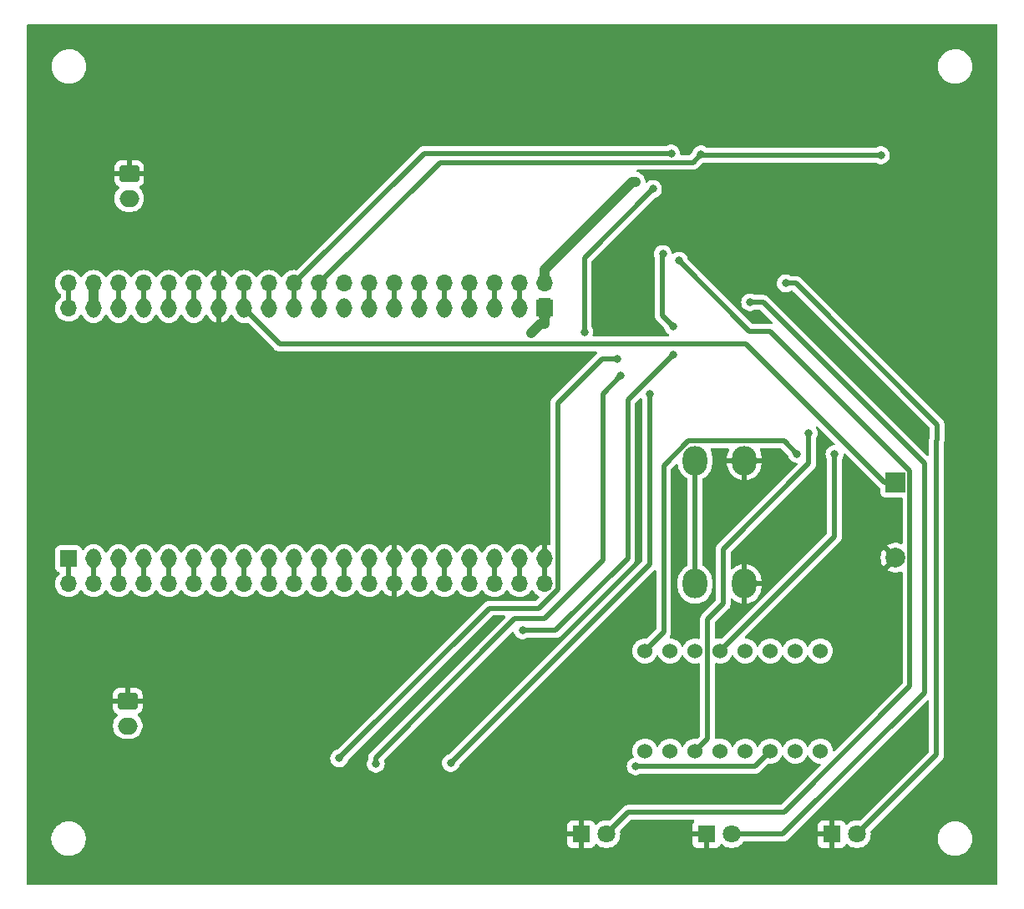
<source format=gbr>
%TF.GenerationSoftware,KiCad,Pcbnew,8.0.4*%
%TF.CreationDate,2024-08-27T11:51:51+09:00*%
%TF.ProjectId,gen2,67656e32-2e6b-4696-9361-645f70636258,rev?*%
%TF.SameCoordinates,PX48ab840PY9157080*%
%TF.FileFunction,Copper,L2,Bot*%
%TF.FilePolarity,Positive*%
%FSLAX46Y46*%
G04 Gerber Fmt 4.6, Leading zero omitted, Abs format (unit mm)*
G04 Created by KiCad (PCBNEW 8.0.4) date 2024-08-27 11:51:51*
%MOMM*%
%LPD*%
G01*
G04 APERTURE LIST*
G04 Aperture macros list*
%AMRoundRect*
0 Rectangle with rounded corners*
0 $1 Rounding radius*
0 $2 $3 $4 $5 $6 $7 $8 $9 X,Y pos of 4 corners*
0 Add a 4 corners polygon primitive as box body*
4,1,4,$2,$3,$4,$5,$6,$7,$8,$9,$2,$3,0*
0 Add four circle primitives for the rounded corners*
1,1,$1+$1,$2,$3*
1,1,$1+$1,$4,$5*
1,1,$1+$1,$6,$7*
1,1,$1+$1,$8,$9*
0 Add four rect primitives between the rounded corners*
20,1,$1+$1,$2,$3,$4,$5,0*
20,1,$1+$1,$4,$5,$6,$7,0*
20,1,$1+$1,$6,$7,$8,$9,0*
20,1,$1+$1,$8,$9,$2,$3,0*%
G04 Aperture macros list end*
%TA.AperFunction,ComponentPad*%
%ADD10R,1.200000X2.000000*%
%TD*%
%TA.AperFunction,ComponentPad*%
%ADD11O,1.200000X2.000000*%
%TD*%
%TA.AperFunction,ComponentPad*%
%ADD12C,1.524000*%
%TD*%
%TA.AperFunction,ComponentPad*%
%ADD13R,1.800000X1.800000*%
%TD*%
%TA.AperFunction,ComponentPad*%
%ADD14C,1.800000*%
%TD*%
%TA.AperFunction,ComponentPad*%
%ADD15RoundRect,0.250000X-0.750000X0.600000X-0.750000X-0.600000X0.750000X-0.600000X0.750000X0.600000X0*%
%TD*%
%TA.AperFunction,ComponentPad*%
%ADD16O,2.000000X1.700000*%
%TD*%
%TA.AperFunction,ComponentPad*%
%ADD17O,1.700000X1.700000*%
%TD*%
%TA.AperFunction,ComponentPad*%
%ADD18R,1.700000X1.700000*%
%TD*%
%TA.AperFunction,ComponentPad*%
%ADD19R,2.000000X2.000000*%
%TD*%
%TA.AperFunction,ComponentPad*%
%ADD20C,2.000000*%
%TD*%
%TA.AperFunction,ComponentPad*%
%ADD21O,2.500000X3.000000*%
%TD*%
%TA.AperFunction,ViaPad*%
%ADD22C,0.800000*%
%TD*%
%TA.AperFunction,Conductor*%
%ADD23C,0.500000*%
%TD*%
%TA.AperFunction,Conductor*%
%ADD24C,1.000000*%
%TD*%
G04 APERTURE END LIST*
D10*
%TO.P,U1,1,3V3*%
%TO.N,+3V3*%
X83838450Y63589250D03*
D11*
%TO.P,U1,2,CHIP_PU*%
%TO.N,/Pin2*%
X81298450Y63589250D03*
%TO.P,U1,3,SENSOR_VP/GPIO36/ADC1_CH0*%
%TO.N,/Pin3*%
X78758450Y63589250D03*
%TO.P,U1,4,SENSOR_VN/GPIO39/ADC1_CH3*%
%TO.N,/Pin4*%
X76218450Y63589250D03*
%TO.P,U1,5,VDET_1/GPIO34/ADC1_CH6*%
%TO.N,/Pin5*%
X73678450Y63589250D03*
%TO.P,U1,6,VDET_2/GPIO35/ADC1_CH7*%
%TO.N,/Pin6*%
X71138450Y63589250D03*
%TO.P,U1,7,32K_XP/GPIO32/ADC1_CH4*%
%TO.N,/Pin7*%
X68598450Y63589250D03*
%TO.P,U1,8,32K_XN/GPIO33/ADC1_CH5*%
%TO.N,/Pin8*%
X66058450Y63589250D03*
%TO.P,U1,9,DAC_1/ADC2_CH8/GPIO25*%
%TO.N,/Pin9*%
X63518450Y63589250D03*
%TO.P,U1,10,DAC_2/ADC2_CH9/GPIO26*%
%TO.N,/Pin10*%
X60978450Y63589250D03*
%TO.P,U1,11,ADC2_CH7/GPIO27*%
%TO.N,/Pin11*%
X58438450Y63589250D03*
%TO.P,U1,12,MTMS/GPIO14/ADC2_CH6*%
%TO.N,/Pin12*%
X55898450Y63589250D03*
%TO.P,U1,13,MTDI/GPIO12/ADC2_CH5*%
%TO.N,/Pin13*%
X53358450Y63589250D03*
%TO.P,U1,14,GND*%
%TO.N,GNDPWR*%
X50818450Y63589250D03*
%TO.P,U1,15,MTCK/GPIO13/ADC2_CH4*%
%TO.N,/Pin15*%
X48278450Y63589250D03*
%TO.P,U1,16,SD_DATA2/GPIO9*%
%TO.N,/Pin16*%
X45738450Y63589250D03*
%TO.P,U1,17,SD_DATA3/GPIO10*%
%TO.N,/Pin17*%
X43198450Y63589250D03*
%TO.P,U1,18,CMD*%
%TO.N,/Pin18*%
X40658450Y63589250D03*
%TO.P,U1,19,5V*%
%TO.N,+5V*%
X38118450Y63589250D03*
%TO.P,U1,20,SD_CLK/GPIO6*%
%TO.N,/Pin20*%
X38121170Y38192930D03*
%TO.P,U1,21,SD_DATA0/GPIO7*%
%TO.N,/Pin21*%
X40661170Y38192930D03*
%TO.P,U1,22,SD_DATA1/GPIO8*%
%TO.N,/Pin22*%
X43198450Y38189250D03*
%TO.P,U1,23,MTDO/GPIO15/ADC2_CH3*%
%TO.N,/Pin23*%
X45738450Y38189250D03*
%TO.P,U1,24,ADC2_CH2/GPIO2*%
%TO.N,/Pin24*%
X48278450Y38189250D03*
%TO.P,U1,25,GPIO0/BOOT/ADC2_CH1*%
%TO.N,/Pin25*%
X50818450Y38189250D03*
%TO.P,U1,26,ADC2_CH0/GPIO4*%
%TO.N,/Pin26*%
X53358450Y38189250D03*
%TO.P,U1,27,GPIO16*%
%TO.N,/Pin27*%
X55898450Y38189250D03*
%TO.P,U1,28,GPIO17*%
%TO.N,/Pin28*%
X58438450Y38189250D03*
%TO.P,U1,29,GPIO5*%
%TO.N,/Pin29*%
X60978450Y38189250D03*
%TO.P,U1,30,GPIO18*%
%TO.N,/Pin30*%
X63518450Y38189250D03*
%TO.P,U1,31,GPIO19*%
%TO.N,/Pin31*%
X66058450Y38189250D03*
%TO.P,U1,32,GND*%
%TO.N,GNDPWR*%
X68598450Y38189250D03*
%TO.P,U1,33,GPIO21*%
%TO.N,/Pin33*%
X71138450Y38189250D03*
%TO.P,U1,34,U0RXD/GPIO3*%
%TO.N,/Pin34*%
X73678450Y38189250D03*
%TO.P,U1,35,U0TXD/GPIO1*%
%TO.N,/Pin35*%
X76218450Y38189250D03*
%TO.P,U1,36,GPIO22*%
%TO.N,/Pin36*%
X78758450Y38189250D03*
%TO.P,U1,37,GPIO23*%
%TO.N,/Pin37*%
X81298450Y38189250D03*
%TO.P,U1,38,GND*%
%TO.N,GNDPWR*%
X83838450Y38189250D03*
%TD*%
D12*
%TO.P,U2,1,CC1*%
%TO.N,Net-(Q5-C)*%
X94001150Y18684150D03*
%TO.P,U2,2,CC2*%
%TO.N,Net-(Q4-C)*%
X96541150Y18684150D03*
%TO.P,U2,3,d*%
%TO.N,Net-(U2-d)*%
X99081150Y18684150D03*
%TO.P,U2,4,CC5*%
%TO.N,Net-(Q1-C)*%
X101621150Y18684150D03*
%TO.P,U2,5,e*%
%TO.N,Net-(U2-e)*%
X104161150Y18684150D03*
%TO.P,U2,6,CC3*%
%TO.N,Net-(Q3-C)*%
X106701150Y18684150D03*
%TO.P,U2,7,DPX*%
%TO.N,unconnected-(U2-DPX-Pad7)*%
X109241150Y18684150D03*
%TO.P,U2,8,CC4*%
%TO.N,Net-(Q2-C)*%
X111781150Y18684150D03*
%TO.P,U2,9*%
%TO.N,N/C*%
X111781150Y28844150D03*
%TO.P,U2,10*%
X109241150Y28844150D03*
%TO.P,U2,11,f*%
%TO.N,Net-(U2-f)*%
X106701150Y28844150D03*
%TO.P,U2,12*%
%TO.N,N/C*%
X104161150Y28844150D03*
%TO.P,U2,13,c/D3*%
%TO.N,Net-(U2-c{slash}D3)*%
X101621150Y28844150D03*
%TO.P,U2,14,a/D1*%
%TO.N,Net-(U2-a{slash}D1)*%
X99081150Y28844150D03*
%TO.P,U2,15,g*%
%TO.N,Net-(U2-g)*%
X96541150Y28844150D03*
%TO.P,U2,16,b/D2*%
%TO.N,Net-(U2-b{slash}D2)*%
X94001150Y28844150D03*
%TD*%
D13*
%TO.P,LED1,1,K*%
%TO.N,GNDPWR*%
X87549550Y10251350D03*
D14*
%TO.P,LED1,2,A*%
%TO.N,Net-(LED1-A)*%
X90089550Y10251350D03*
%TD*%
D15*
%TO.P,J1,1,Pin_1*%
%TO.N,GNDPWR*%
X41571150Y23744150D03*
D16*
%TO.P,J1,2,Pin_2*%
%TO.N,+3V3*%
X41571150Y21244150D03*
%TD*%
D15*
%TO.P,J3,1,Pin_1*%
%TO.N,GNDPWR*%
X41723550Y77234150D03*
D16*
%TO.P,J3,2,Pin_2*%
%TO.N,+5V*%
X41723550Y74734150D03*
%TD*%
D17*
%TO.P,J4,20a,Pin_20a*%
%TO.N,/Pin20*%
X38118450Y38189250D03*
%TO.P,J4,20b,Pin_20b*%
X38118450Y35649250D03*
%TO.P,J4,21a,Pin_21a*%
%TO.N,/Pin21*%
X40658450Y38189250D03*
%TO.P,J4,21b,Pin_21b*%
X40658450Y35649250D03*
%TO.P,J4,22a,Pin_22a*%
%TO.N,/Pin22*%
X43198450Y38189250D03*
%TO.P,J4,22b,Pin_22b*%
X43198450Y35649250D03*
%TO.P,J4,23a,Pin_23a*%
%TO.N,/Pin23*%
X45738450Y38189250D03*
%TO.P,J4,23b,Pin_23b*%
X45738450Y35649250D03*
%TO.P,J4,24a,Pin_24a*%
%TO.N,/Pin24*%
X48278450Y38189250D03*
%TO.P,J4,24b,Pin_24b*%
X48278450Y35649250D03*
%TO.P,J4,25a,Pin_25a*%
%TO.N,/Pin25*%
X50818450Y38189250D03*
%TO.P,J4,25b,Pin_25b*%
X50818450Y35649250D03*
%TO.P,J4,26a,Pin_26a*%
%TO.N,/Pin26*%
X53358450Y38189250D03*
%TO.P,J4,26b,Pin_26b*%
X53358450Y35649250D03*
%TO.P,J4,27a,Pin_27a*%
%TO.N,/Pin27*%
X55898450Y38189250D03*
%TO.P,J4,27b,Pin_27b*%
X55898450Y35649250D03*
%TO.P,J4,28a,Pin_28a*%
%TO.N,/Pin28*%
X58438450Y38189250D03*
%TO.P,J4,28b,Pin_28b*%
X58438450Y35649250D03*
%TO.P,J4,29a,Pin_29a*%
%TO.N,/Pin29*%
X60978450Y38189250D03*
%TO.P,J4,29b,Pin_29b*%
X60978450Y35649250D03*
%TO.P,J4,30a,Pin_30a*%
%TO.N,/Pin30*%
X63518450Y38189250D03*
%TO.P,J4,30b,Pin_30b*%
X63518450Y35649250D03*
%TO.P,J4,31a,Pin_31a*%
%TO.N,/Pin31*%
X66058450Y38189250D03*
%TO.P,J4,31b,Pin_31b*%
X66058450Y35649250D03*
%TO.P,J4,32a,Pin_32a*%
%TO.N,GNDPWR*%
X68598450Y38189250D03*
%TO.P,J4,32b,Pin_32b*%
X68598450Y35649250D03*
%TO.P,J4,33a,Pin_33a*%
%TO.N,/Pin33*%
X71138450Y38189250D03*
%TO.P,J4,33b,Pin_33b*%
X71138450Y35649250D03*
%TO.P,J4,34a,Pin_34a*%
%TO.N,/Pin34*%
X73678450Y38189250D03*
%TO.P,J4,34b,Pin_34b*%
X73678450Y35649250D03*
%TO.P,J4,35a,Pin_35a*%
%TO.N,/Pin35*%
X76218450Y38189250D03*
%TO.P,J4,35b,Pin_35b*%
X76218450Y35649250D03*
%TO.P,J4,36a,Pin_36a*%
%TO.N,/Pin36*%
X78758450Y38189250D03*
%TO.P,J4,36b,Pin_36b*%
X78758450Y35649250D03*
%TO.P,J4,37a,Pin_37a*%
%TO.N,/Pin37*%
X81298450Y38189250D03*
%TO.P,J4,37b,Pin_37b*%
X81298450Y35649250D03*
%TO.P,J4,38a,Pin_38a*%
%TO.N,GNDPWR*%
X83838450Y38189250D03*
%TO.P,J4,38b,Pin_38b*%
X83838450Y35649250D03*
D18*
%TO.P,J4,none_a,Pin_none_a*%
%TO.N,unconnected-(J4-Pin_none_a-Padnone_a)*%
X35578450Y38189250D03*
D17*
%TO.P,J4,none_b,Pin_none_b*%
X35578450Y35649250D03*
%TD*%
D13*
%TO.P,LED3,1,K*%
%TO.N,GNDPWR*%
X112949550Y10251350D03*
D14*
%TO.P,LED3,2,A*%
%TO.N,Net-(LED3-A)*%
X115489550Y10251350D03*
%TD*%
D13*
%TO.P,LED2,1,K*%
%TO.N,GNDPWR*%
X100249550Y10251350D03*
D14*
%TO.P,LED2,2,A*%
%TO.N,Net-(LED2-A)*%
X102789550Y10251350D03*
%TD*%
D19*
%TO.P,BZ1,1,-*%
%TO.N,/Pin13*%
X119401150Y45902950D03*
D20*
%TO.P,BZ1,2,+*%
%TO.N,GNDPWR*%
X119401150Y38302950D03*
%TD*%
D18*
%TO.P,J2,1a,Pin_1a*%
%TO.N,+3V3*%
X83838450Y63589250D03*
D17*
%TO.P,J2,1b,Pin_1b*%
X83838450Y66129250D03*
%TO.P,J2,2a,Pin_2a*%
%TO.N,/Pin2*%
X81298450Y63589250D03*
%TO.P,J2,2b,Pin_2b*%
X81298450Y66129250D03*
%TO.P,J2,3a,Pin_3a*%
%TO.N,/Pin3*%
X78758450Y63589250D03*
%TO.P,J2,3b,Pin_3b*%
X78758450Y66129250D03*
%TO.P,J2,4a,Pin_4a*%
%TO.N,/Pin4*%
X76218450Y63589250D03*
%TO.P,J2,4b,Pin_4b*%
X76218450Y66129250D03*
%TO.P,J2,5a,Pin_5a*%
%TO.N,/Pin5*%
X73678450Y63589250D03*
%TO.P,J2,5b,Pin_5b*%
X73678450Y66129250D03*
%TO.P,J2,6a,Pin_6a*%
%TO.N,/Pin6*%
X71138450Y63589250D03*
%TO.P,J2,6b,Pin_6b*%
X71138450Y66129250D03*
%TO.P,J2,7a,Pin_7a*%
%TO.N,/Pin7*%
X68598450Y63589250D03*
%TO.P,J2,7b,Pin_7b*%
X68598450Y66129250D03*
%TO.P,J2,8a,Pin_8a*%
%TO.N,/Pin8*%
X66058450Y63589250D03*
%TO.P,J2,8b,Pin_8b*%
X66058450Y66129250D03*
%TO.P,J2,9a,Pin_9a*%
%TO.N,/Pin9*%
X63518450Y63589250D03*
%TO.P,J2,9b,Pin_9b*%
X63518450Y66129250D03*
%TO.P,J2,10a,Pin_10a*%
%TO.N,/Pin10*%
X60978450Y63589250D03*
%TO.P,J2,10b,Pin_10b*%
X60978450Y66129250D03*
%TO.P,J2,11a,Pin_11a*%
%TO.N,/Pin11*%
X58438450Y63589250D03*
%TO.P,J2,11b,Pin_11b*%
X58438450Y66129250D03*
%TO.P,J2,12a,Pin_12a*%
%TO.N,/Pin12*%
X55898450Y63589250D03*
%TO.P,J2,12b,Pin_12b*%
X55898450Y66129250D03*
%TO.P,J2,13a,Pin_13a*%
%TO.N,/Pin13*%
X53358450Y63589250D03*
%TO.P,J2,13b,Pin_13b*%
X53358450Y66129250D03*
%TO.P,J2,14a,Pin_14a*%
%TO.N,GNDPWR*%
X50818450Y63589250D03*
%TO.P,J2,14b,Pin_14b*%
X50818450Y66129250D03*
%TO.P,J2,15a,Pin_15a*%
%TO.N,/Pin15*%
X48278450Y63589250D03*
%TO.P,J2,15b,Pin_15b*%
X48278450Y66129250D03*
%TO.P,J2,16a,Pin_16a*%
%TO.N,/Pin16*%
X45738450Y63589250D03*
%TO.P,J2,16b,Pin_16b*%
X45738450Y66129250D03*
%TO.P,J2,17a,Pin_17a*%
%TO.N,/Pin17*%
X43198450Y63589250D03*
%TO.P,J2,17b,Pin_17b*%
X43198450Y66129250D03*
%TO.P,J2,18a,Pin_18a*%
%TO.N,/Pin18*%
X40658450Y63589250D03*
%TO.P,J2,18b,Pin_18b*%
X40658450Y66129250D03*
%TO.P,J2,19a,Pin_19a*%
%TO.N,+5V*%
X38118450Y63589250D03*
%TO.P,J2,19b,Pin_19b*%
X38118450Y66129250D03*
%TO.P,J2,none_a,Pin_none_a*%
%TO.N,unconnected-(J2-Pin_none_a-Padnone_a)*%
X35578450Y63589250D03*
%TO.P,J2,none_b,Pin_none_b*%
X35578450Y66129250D03*
%TD*%
D21*
%TO.P,SW2,1,1*%
%TO.N,/Pin4*%
X99081150Y35652950D03*
X99081150Y48152950D03*
%TO.P,SW2,2,2*%
%TO.N,GNDPWR*%
X104081150Y35652950D03*
X104081150Y48152950D03*
%TD*%
D22*
%TO.N,GNDPWR*%
X119197950Y75529350D03*
X60219150Y17972950D03*
X34260350Y50078550D03*
X69363150Y27980550D03*
X102687950Y32146150D03*
X63978350Y10200550D03*
X116962750Y24576950D03*
X50922750Y24576950D03*
X108783950Y70500150D03*
X110866750Y45100150D03*
X87143150Y20106550D03*
X69820350Y12638950D03*
X69820350Y16702950D03*
X97455550Y75580150D03*
%TO.N,Net-(primary1-QA)*%
X94818350Y75693150D03*
X87854350Y61203750D03*
%TO.N,Net-(primary1-QB)*%
X63019550Y17957250D03*
X91156350Y58460550D03*
%TO.N,Net-(primary1-QC)*%
X91571250Y56722450D03*
X66723350Y17382350D03*
%TO.N,Net-(primary1-QD)*%
X74326950Y17490750D03*
X94461450Y54891150D03*
%TO.N,Net-(primary1-QE)*%
X81605950Y30932150D03*
X95821450Y69090650D03*
X96845950Y61762550D03*
X96857050Y58911850D03*
%TO.N,+3V3*%
X82479650Y61087450D03*
X93034450Y76419450D03*
%TO.N,Net-(U2-d)*%
X110612750Y50942150D03*
%TO.N,Net-(U2-c{slash}D3)*%
X113223150Y48808550D03*
%TO.N,Net-(U2-b{slash}D2)*%
X109413600Y48828600D03*
%TO.N,Net-(LED1-A)*%
X97455250Y68425950D03*
%TO.N,Net-(LED2-A)*%
X104666350Y64198450D03*
%TO.N,Net-(LED3-A)*%
X108275950Y66131350D03*
%TO.N,/Pin10*%
X99695850Y79221150D03*
X117932450Y79121750D03*
%TO.N,/Pin11*%
X96669750Y79290250D03*
%TO.N,Net-(Q3-C)*%
X93065950Y17130950D03*
%TD*%
D23*
%TO.N,Net-(primary1-QA)*%
X87854350Y68729150D02*
X94818350Y75693150D01*
X87854350Y61203750D02*
X87854350Y68729150D01*
%TO.N,Net-(primary1-QB)*%
X85165850Y53985450D02*
X85165850Y35101850D01*
X83238650Y33174650D02*
X78236950Y33174650D01*
X85165850Y35101850D02*
X83238650Y33174650D01*
X78236950Y33174650D02*
X63019550Y17957250D01*
X89640950Y58460550D02*
X85165850Y53985450D01*
X91156350Y58460550D02*
X89640950Y58460550D01*
%TO.N,Net-(primary1-QC)*%
X91571250Y56722450D02*
X89751150Y54902350D01*
X83817750Y32122750D02*
X80820550Y32122750D01*
X89751150Y38056150D02*
X83817750Y32122750D01*
X89751150Y54902350D02*
X89751150Y38056150D01*
X66723350Y18025550D02*
X66723350Y17382350D01*
X80820550Y32122750D02*
X66723350Y18025550D01*
%TO.N,Net-(primary1-QD)*%
X74326950Y17490750D02*
X94461450Y37625250D01*
X94461450Y37625250D02*
X94461450Y54891150D01*
%TO.N,Net-(primary1-QE)*%
X84963950Y30932150D02*
X92266950Y38235150D01*
X81605950Y30932150D02*
X84963950Y30932150D01*
X95729950Y68999150D02*
X95821450Y69090650D01*
X92266950Y38235150D02*
X92266950Y54321750D01*
X95729950Y62878550D02*
X95729950Y68999150D01*
X92266950Y54321750D02*
X96857050Y58911850D01*
X96845950Y61762550D02*
X95729950Y62878550D01*
%TO.N,/Pin13*%
X56963150Y59984550D02*
X53358450Y63589250D01*
X53358450Y66129250D02*
X53358450Y63589250D01*
X118312350Y45902950D02*
X104230750Y59984550D01*
X119401150Y45902950D02*
X118312350Y45902950D01*
X104230750Y59984550D02*
X56963150Y59984550D01*
D24*
%TO.N,+3V3*%
X83429750Y62037550D02*
X82479650Y61087450D01*
X83838450Y67500250D02*
X83838450Y66129250D01*
X83838450Y62037550D02*
X83429750Y62037550D01*
X93034450Y76419450D02*
X92757650Y76419450D01*
X83838450Y63589250D02*
X83838450Y62037550D01*
X92757650Y76419450D02*
X83838450Y67500250D01*
D23*
%TO.N,Net-(U2-d)*%
X110612750Y50942150D02*
X110612750Y47843350D01*
X101921950Y33615350D02*
X100351150Y32044550D01*
X100351150Y19954150D02*
X99081150Y18684150D01*
X101921950Y39152550D02*
X101921950Y33615350D01*
X100351150Y32044550D02*
X100351150Y19954150D01*
X110612750Y47843350D02*
X101921950Y39152550D01*
%TO.N,Net-(U2-c{slash}D3)*%
X113223150Y48808550D02*
X113223150Y40446150D01*
X113223150Y40446150D02*
X101621150Y28844150D01*
%TO.N,Net-(U2-b{slash}D2)*%
X98395750Y50128750D02*
X95907550Y47640550D01*
X95907550Y47640550D02*
X95907550Y30750550D01*
X109413600Y48828600D02*
X108113450Y50128750D01*
X95907550Y30750550D02*
X94001150Y28844150D01*
X108113450Y50128750D02*
X98395750Y50128750D01*
%TO.N,Net-(LED1-A)*%
X120863650Y47108850D02*
X120863650Y25226650D01*
X97455250Y68425950D02*
X104613550Y61267650D01*
X92312550Y12474350D02*
X90089550Y10251350D01*
X120863650Y25226650D02*
X108111350Y12474350D01*
X104613550Y61267650D02*
X106704850Y61267650D01*
X106704850Y61267650D02*
X120863650Y47108850D01*
X108111350Y12474350D02*
X92312550Y12474350D01*
%TO.N,Net-(LED2-A)*%
X122347550Y24627750D02*
X122347550Y47843350D01*
X107971150Y10251350D02*
X122347550Y24627750D01*
X102789550Y10251350D02*
X107971150Y10251350D01*
X122347550Y47843350D02*
X105992450Y64198450D01*
X105992450Y64198450D02*
X104666350Y64198450D01*
%TO.N,Net-(LED3-A)*%
X123566750Y50154950D02*
X123566750Y18328550D01*
X123566750Y18328550D02*
X115489550Y10251350D01*
X123617550Y51805750D02*
X123617550Y50205750D01*
X123617550Y50205750D02*
X123566750Y50154950D01*
X108275950Y66131350D02*
X109291950Y66131350D01*
X109291950Y66131350D02*
X123617550Y51805750D01*
%TO.N,/Pin3*%
X78758450Y66129250D02*
X78758450Y63589250D01*
D24*
%TO.N,+5V*%
X38118450Y63589250D02*
X38118450Y66129250D01*
D23*
%TO.N,/Pin8*%
X66058450Y66129250D02*
X66058450Y63589250D01*
%TO.N,/Pin15*%
X48278450Y66129250D02*
X48278450Y63589250D01*
%TO.N,/Pin7*%
X68598450Y66129250D02*
X68598450Y63589250D01*
%TO.N,/Pin18*%
X40658450Y66129250D02*
X40658450Y63589250D01*
%TO.N,/Pin2*%
X81298450Y66129250D02*
X81298450Y63589250D01*
%TO.N,/Pin10*%
X73243650Y78394450D02*
X60978450Y66129250D01*
X60978450Y63589250D02*
X60978450Y66129250D01*
X99795250Y79121750D02*
X117932450Y79121750D01*
X98869150Y78394450D02*
X73243650Y78394450D01*
X99695850Y79221150D02*
X98869150Y78394450D01*
X99695850Y79221150D02*
X99795250Y79121750D01*
%TO.N,/Pin17*%
X43198450Y66129250D02*
X43198450Y63589250D01*
%TO.N,/Pin5*%
X73678450Y66129250D02*
X73678450Y63589250D01*
%TO.N,/Pin16*%
X45738450Y66129250D02*
X45738450Y63589250D01*
%TO.N,/Pin4*%
X99081150Y48152950D02*
X99081150Y35652950D01*
X76218450Y66129250D02*
X76218450Y63589250D01*
%TO.N,/Pin6*%
X71138450Y66129250D02*
X71138450Y63589250D01*
%TO.N,/Pin11*%
X58438450Y66129250D02*
X71599450Y79290250D01*
X58438450Y63589250D02*
X58438450Y66129250D01*
X71599450Y79290250D02*
X96669750Y79290250D01*
%TO.N,/Pin12*%
X55898450Y66129250D02*
X55898450Y63589250D01*
%TO.N,/Pin26*%
X53358450Y35649250D02*
X53358450Y38189250D01*
%TO.N,/Pin34*%
X73678450Y35649250D02*
X73678450Y38189250D01*
%TO.N,/Pin23*%
X45738450Y35649250D02*
X45738450Y38189250D01*
%TO.N,/Pin37*%
X81298450Y35649250D02*
X81298450Y38189250D01*
%TO.N,/Pin33*%
X71138450Y35649250D02*
X71138450Y38189250D01*
%TO.N,/Pin35*%
X76218450Y35649250D02*
X76218450Y38189250D01*
%TO.N,unconnected-(J4-Pin_none_a-Padnone_a)*%
X35578450Y35649250D02*
X35578450Y38189250D01*
%TO.N,/Pin25*%
X50818450Y35649250D02*
X50818450Y38189250D01*
%TO.N,/Pin31*%
X66058450Y35649250D02*
X66058450Y38189250D01*
%TO.N,/Pin21*%
X40658450Y38189250D02*
X40661150Y38191950D01*
X40661150Y38191950D02*
X40661150Y38192950D01*
X40658450Y35649250D02*
X40658450Y38189250D01*
%TO.N,/Pin36*%
X78758450Y35649250D02*
X78758450Y38189250D01*
%TO.N,/Pin22*%
X43198450Y35649250D02*
X43198450Y38189250D01*
%TO.N,/Pin29*%
X60978450Y35649250D02*
X60978450Y38189250D01*
%TO.N,/Pin28*%
X58438450Y35649250D02*
X58438450Y38189250D01*
%TO.N,/Pin27*%
X55898450Y35649250D02*
X55898450Y38189250D01*
%TO.N,/Pin30*%
X63518450Y35649250D02*
X63518450Y38189250D01*
%TO.N,/Pin24*%
X48278450Y35649250D02*
X48278450Y38189250D01*
%TO.N,/Pin20*%
X38118450Y38189250D02*
X38121150Y38191950D01*
X38118450Y35649250D02*
X38118450Y38189250D01*
X38121150Y38191950D02*
X38121150Y38192950D01*
%TO.N,Net-(Q3-C)*%
X105147950Y17130950D02*
X106701150Y18684150D01*
X93065950Y17130950D02*
X105147950Y17130950D01*
%TO.N,unconnected-(J2-Pin_none_a-Padnone_a)*%
X35578450Y66129250D02*
X35578450Y63589250D01*
%TD*%
%TA.AperFunction,Conductor*%
%TO.N,GNDPWR*%
G36*
X114333054Y48820878D02*
G01*
X117833934Y45319998D01*
X117845537Y45312245D01*
X117890343Y45258637D01*
X117900650Y45209141D01*
X117900650Y44855081D01*
X117900651Y44855074D01*
X117907058Y44795467D01*
X117957352Y44660622D01*
X117957356Y44660615D01*
X118043602Y44545406D01*
X118043605Y44545403D01*
X118158814Y44459157D01*
X118158821Y44459153D01*
X118293667Y44408859D01*
X118293666Y44408859D01*
X118300594Y44408115D01*
X118353277Y44402450D01*
X119989150Y44402451D01*
X120056189Y44382766D01*
X120101944Y44329963D01*
X120113150Y44278451D01*
X120113150Y39818123D01*
X120093465Y39751084D01*
X120040661Y39705329D01*
X119971503Y39695385D01*
X119948887Y39700842D01*
X119770643Y39762034D01*
X119525443Y39802950D01*
X119276857Y39802950D01*
X119031656Y39762034D01*
X118796546Y39681320D01*
X118796540Y39681318D01*
X118577911Y39563001D01*
X118531092Y39526562D01*
X118531092Y39526560D01*
X119271740Y38785913D01*
X119208157Y38768875D01*
X119094143Y38703049D01*
X119001051Y38609957D01*
X118935225Y38495943D01*
X118918187Y38432361D01*
X118177714Y39172834D01*
X118077417Y39019318D01*
X117977562Y38791668D01*
X117916537Y38550689D01*
X117916535Y38550680D01*
X117896009Y38302956D01*
X117896009Y38302945D01*
X117916535Y38055221D01*
X117916537Y38055212D01*
X117977562Y37814233D01*
X118077416Y37586586D01*
X118177714Y37433068D01*
X118918187Y38173541D01*
X118935225Y38109957D01*
X119001051Y37995943D01*
X119094143Y37902851D01*
X119208157Y37837025D01*
X119271738Y37819988D01*
X118531092Y37079341D01*
X118577918Y37042895D01*
X118577920Y37042894D01*
X118796535Y36924586D01*
X118796546Y36924581D01*
X119031656Y36843867D01*
X119276857Y36802950D01*
X119525443Y36802950D01*
X119770643Y36843867D01*
X119948887Y36905058D01*
X120018686Y36908208D01*
X120079107Y36873122D01*
X120110968Y36810939D01*
X120113150Y36787777D01*
X120113150Y25588881D01*
X120093465Y25521842D01*
X120076831Y25501200D01*
X113253505Y18677875D01*
X113192182Y18644390D01*
X113122490Y18649374D01*
X113066557Y18691246D01*
X113042296Y18754748D01*
X113029220Y18904218D01*
X112972044Y19117600D01*
X112878684Y19317811D01*
X112751976Y19498770D01*
X112595770Y19654976D01*
X112595766Y19654979D01*
X112595765Y19654980D01*
X112414816Y19781682D01*
X112414812Y19781684D01*
X112310584Y19830286D01*
X112214600Y19875044D01*
X112214597Y19875045D01*
X112214595Y19875046D01*
X112001220Y19932220D01*
X112001212Y19932221D01*
X111781152Y19951473D01*
X111781148Y19951473D01*
X111561087Y19932221D01*
X111561079Y19932220D01*
X111347704Y19875046D01*
X111347698Y19875043D01*
X111147490Y19781685D01*
X111147488Y19781684D01*
X110966527Y19654975D01*
X110810325Y19498773D01*
X110683616Y19317812D01*
X110683615Y19317810D01*
X110623532Y19188961D01*
X110577359Y19136522D01*
X110510166Y19117370D01*
X110443285Y19137586D01*
X110398768Y19188961D01*
X110338684Y19317810D01*
X110338683Y19317812D01*
X110211977Y19498769D01*
X110211973Y19498773D01*
X110055770Y19654976D01*
X110055766Y19654979D01*
X110055765Y19654980D01*
X109874816Y19781682D01*
X109874812Y19781684D01*
X109770584Y19830286D01*
X109674600Y19875044D01*
X109674597Y19875045D01*
X109674595Y19875046D01*
X109461220Y19932220D01*
X109461212Y19932221D01*
X109241152Y19951473D01*
X109241148Y19951473D01*
X109021087Y19932221D01*
X109021079Y19932220D01*
X108807704Y19875046D01*
X108807698Y19875043D01*
X108607490Y19781685D01*
X108607488Y19781684D01*
X108426527Y19654975D01*
X108270325Y19498773D01*
X108143616Y19317812D01*
X108143615Y19317810D01*
X108083532Y19188961D01*
X108037359Y19136522D01*
X107970166Y19117370D01*
X107903285Y19137586D01*
X107858768Y19188961D01*
X107798684Y19317810D01*
X107798683Y19317812D01*
X107671977Y19498769D01*
X107671973Y19498773D01*
X107515770Y19654976D01*
X107515766Y19654979D01*
X107515765Y19654980D01*
X107334816Y19781682D01*
X107334812Y19781684D01*
X107230584Y19830286D01*
X107134600Y19875044D01*
X107134597Y19875045D01*
X107134595Y19875046D01*
X106921220Y19932220D01*
X106921212Y19932221D01*
X106701152Y19951473D01*
X106701148Y19951473D01*
X106481087Y19932221D01*
X106481079Y19932220D01*
X106267704Y19875046D01*
X106267698Y19875043D01*
X106067490Y19781685D01*
X106067488Y19781684D01*
X105886527Y19654975D01*
X105730325Y19498773D01*
X105603616Y19317812D01*
X105603615Y19317810D01*
X105543532Y19188961D01*
X105497359Y19136522D01*
X105430166Y19117370D01*
X105363285Y19137586D01*
X105318768Y19188961D01*
X105258684Y19317810D01*
X105258683Y19317812D01*
X105131977Y19498769D01*
X105131973Y19498773D01*
X104975770Y19654976D01*
X104975766Y19654979D01*
X104975765Y19654980D01*
X104794816Y19781682D01*
X104794812Y19781684D01*
X104690584Y19830286D01*
X104594600Y19875044D01*
X104594597Y19875045D01*
X104594595Y19875046D01*
X104381220Y19932220D01*
X104381212Y19932221D01*
X104161152Y19951473D01*
X104161148Y19951473D01*
X103941087Y19932221D01*
X103941079Y19932220D01*
X103727704Y19875046D01*
X103727698Y19875043D01*
X103527490Y19781685D01*
X103527488Y19781684D01*
X103346527Y19654975D01*
X103190325Y19498773D01*
X103063616Y19317812D01*
X103063615Y19317810D01*
X103003532Y19188961D01*
X102957359Y19136522D01*
X102890166Y19117370D01*
X102823285Y19137586D01*
X102778768Y19188961D01*
X102718684Y19317810D01*
X102718683Y19317812D01*
X102591977Y19498769D01*
X102591973Y19498773D01*
X102435770Y19654976D01*
X102435766Y19654979D01*
X102435765Y19654980D01*
X102254816Y19781682D01*
X102254812Y19781684D01*
X102150584Y19830286D01*
X102054600Y19875044D01*
X102054597Y19875045D01*
X102054595Y19875046D01*
X101841220Y19932220D01*
X101841212Y19932221D01*
X101621152Y19951473D01*
X101621148Y19951473D01*
X101401087Y19932221D01*
X101401076Y19932219D01*
X101257743Y19893813D01*
X101187893Y19895476D01*
X101130031Y19934639D01*
X101102527Y19998867D01*
X101101650Y20013588D01*
X101101650Y27514714D01*
X101121335Y27581753D01*
X101174139Y27627508D01*
X101243297Y27637452D01*
X101257718Y27634495D01*
X101401082Y27596080D01*
X101558273Y27582328D01*
X101621148Y27576827D01*
X101621150Y27576827D01*
X101621152Y27576827D01*
X101677456Y27581753D01*
X101841218Y27596080D01*
X102054600Y27653256D01*
X102254812Y27746616D01*
X102435770Y27873324D01*
X102591976Y28029530D01*
X102718684Y28210488D01*
X102778768Y28339339D01*
X102824940Y28391779D01*
X102892133Y28410931D01*
X102959015Y28390715D01*
X103003532Y28339339D01*
X103063614Y28210492D01*
X103063618Y28210484D01*
X103190320Y28029535D01*
X103190325Y28029529D01*
X103346528Y27873326D01*
X103346534Y27873321D01*
X103527483Y27746619D01*
X103527485Y27746618D01*
X103527488Y27746616D01*
X103727700Y27653256D01*
X103941082Y27596080D01*
X104098273Y27582328D01*
X104161148Y27576827D01*
X104161150Y27576827D01*
X104161152Y27576827D01*
X104217456Y27581753D01*
X104381218Y27596080D01*
X104594600Y27653256D01*
X104794812Y27746616D01*
X104975770Y27873324D01*
X105131976Y28029530D01*
X105258684Y28210488D01*
X105318768Y28339339D01*
X105364940Y28391779D01*
X105432133Y28410931D01*
X105499015Y28390715D01*
X105543532Y28339339D01*
X105603614Y28210492D01*
X105603618Y28210484D01*
X105730320Y28029535D01*
X105730325Y28029529D01*
X105886528Y27873326D01*
X105886534Y27873321D01*
X106067483Y27746619D01*
X106067485Y27746618D01*
X106067488Y27746616D01*
X106267700Y27653256D01*
X106481082Y27596080D01*
X106638273Y27582328D01*
X106701148Y27576827D01*
X106701150Y27576827D01*
X106701152Y27576827D01*
X106757456Y27581753D01*
X106921218Y27596080D01*
X107134600Y27653256D01*
X107334812Y27746616D01*
X107515770Y27873324D01*
X107671976Y28029530D01*
X107798684Y28210488D01*
X107858768Y28339339D01*
X107904940Y28391779D01*
X107972133Y28410931D01*
X108039015Y28390715D01*
X108083532Y28339339D01*
X108143614Y28210492D01*
X108143618Y28210484D01*
X108270320Y28029535D01*
X108270325Y28029529D01*
X108426528Y27873326D01*
X108426534Y27873321D01*
X108607483Y27746619D01*
X108607485Y27746618D01*
X108607488Y27746616D01*
X108807700Y27653256D01*
X109021082Y27596080D01*
X109178273Y27582328D01*
X109241148Y27576827D01*
X109241150Y27576827D01*
X109241152Y27576827D01*
X109297456Y27581753D01*
X109461218Y27596080D01*
X109674600Y27653256D01*
X109874812Y27746616D01*
X110055770Y27873324D01*
X110211976Y28029530D01*
X110338684Y28210488D01*
X110398768Y28339339D01*
X110444940Y28391779D01*
X110512133Y28410931D01*
X110579015Y28390715D01*
X110623532Y28339339D01*
X110683614Y28210492D01*
X110683618Y28210484D01*
X110810320Y28029535D01*
X110810325Y28029529D01*
X110966528Y27873326D01*
X110966534Y27873321D01*
X111147483Y27746619D01*
X111147485Y27746618D01*
X111147488Y27746616D01*
X111347700Y27653256D01*
X111561082Y27596080D01*
X111718273Y27582328D01*
X111781148Y27576827D01*
X111781150Y27576827D01*
X111781152Y27576827D01*
X111837456Y27581753D01*
X112001218Y27596080D01*
X112214600Y27653256D01*
X112414812Y27746616D01*
X112595770Y27873324D01*
X112751976Y28029530D01*
X112878684Y28210488D01*
X112972044Y28410700D01*
X113029220Y28624082D01*
X113048473Y28844150D01*
X113029220Y29064218D01*
X112972044Y29277600D01*
X112878684Y29477811D01*
X112751976Y29658770D01*
X112595770Y29814976D01*
X112595766Y29814979D01*
X112595765Y29814980D01*
X112414816Y29941682D01*
X112414812Y29941684D01*
X112414810Y29941685D01*
X112214600Y30035044D01*
X112214597Y30035045D01*
X112214595Y30035046D01*
X112001220Y30092220D01*
X112001212Y30092221D01*
X111781152Y30111473D01*
X111781148Y30111473D01*
X111561087Y30092221D01*
X111561079Y30092220D01*
X111347704Y30035046D01*
X111347698Y30035043D01*
X111147490Y29941685D01*
X111147488Y29941684D01*
X110966527Y29814975D01*
X110810325Y29658773D01*
X110683616Y29477812D01*
X110683615Y29477810D01*
X110623532Y29348961D01*
X110577359Y29296522D01*
X110510166Y29277370D01*
X110443285Y29297586D01*
X110398768Y29348961D01*
X110338684Y29477810D01*
X110338683Y29477812D01*
X110211977Y29658769D01*
X110211973Y29658773D01*
X110055770Y29814976D01*
X110055766Y29814979D01*
X110055765Y29814980D01*
X109874816Y29941682D01*
X109874812Y29941684D01*
X109874810Y29941685D01*
X109674600Y30035044D01*
X109674597Y30035045D01*
X109674595Y30035046D01*
X109461220Y30092220D01*
X109461212Y30092221D01*
X109241152Y30111473D01*
X109241148Y30111473D01*
X109021087Y30092221D01*
X109021079Y30092220D01*
X108807704Y30035046D01*
X108807698Y30035043D01*
X108607490Y29941685D01*
X108607488Y29941684D01*
X108426527Y29814975D01*
X108270325Y29658773D01*
X108143616Y29477812D01*
X108143615Y29477810D01*
X108083532Y29348961D01*
X108037359Y29296522D01*
X107970166Y29277370D01*
X107903285Y29297586D01*
X107858768Y29348961D01*
X107798684Y29477810D01*
X107798683Y29477812D01*
X107671977Y29658769D01*
X107671973Y29658773D01*
X107515770Y29814976D01*
X107515766Y29814979D01*
X107515765Y29814980D01*
X107334816Y29941682D01*
X107334812Y29941684D01*
X107334810Y29941685D01*
X107134600Y30035044D01*
X107134597Y30035045D01*
X107134595Y30035046D01*
X106921220Y30092220D01*
X106921212Y30092221D01*
X106701152Y30111473D01*
X106701148Y30111473D01*
X106481087Y30092221D01*
X106481079Y30092220D01*
X106267704Y30035046D01*
X106267698Y30035043D01*
X106067490Y29941685D01*
X106067488Y29941684D01*
X105886527Y29814975D01*
X105730325Y29658773D01*
X105603616Y29477812D01*
X105603615Y29477810D01*
X105543532Y29348961D01*
X105497359Y29296522D01*
X105430166Y29277370D01*
X105363285Y29297586D01*
X105318768Y29348961D01*
X105258684Y29477810D01*
X105258683Y29477812D01*
X105131977Y29658769D01*
X105131973Y29658773D01*
X104975770Y29814976D01*
X104975766Y29814979D01*
X104975765Y29814980D01*
X104794816Y29941682D01*
X104794812Y29941684D01*
X104794810Y29941685D01*
X104594600Y30035044D01*
X104594597Y30035045D01*
X104594595Y30035046D01*
X104381220Y30092220D01*
X104381212Y30092221D01*
X104231746Y30105297D01*
X104166677Y30130749D01*
X104125698Y30187340D01*
X104121820Y30257102D01*
X104154870Y30316504D01*
X113806102Y39967734D01*
X113855336Y40041421D01*
X113888234Y40090655D01*
X113911668Y40147230D01*
X113944809Y40227238D01*
X113973650Y40372233D01*
X113973650Y40520068D01*
X113973650Y48274229D01*
X113990263Y48336229D01*
X114018156Y48384541D01*
X114050329Y48440266D01*
X114108824Y48620294D01*
X114122052Y48746160D01*
X114148636Y48810773D01*
X114205934Y48850758D01*
X114275753Y48853418D01*
X114333054Y48820878D01*
G37*
%TD.AperFunction*%
%TA.AperFunction,Conductor*%
G36*
X102475779Y49358565D02*
G01*
X102521534Y49305761D01*
X102531478Y49236603D01*
X102516126Y49192248D01*
X102508255Y49178617D01*
X102508252Y49178610D01*
X102420468Y48966681D01*
X102361092Y48745088D01*
X102331151Y48517661D01*
X102331150Y48517645D01*
X102331150Y48402950D01*
X103532668Y48402950D01*
X103522039Y48384541D01*
X103481150Y48231941D01*
X103481150Y48073959D01*
X103522039Y47921359D01*
X103532668Y47902950D01*
X102331150Y47902950D01*
X102331150Y47788256D01*
X102331151Y47788240D01*
X102361092Y47560813D01*
X102420468Y47339220D01*
X102508252Y47127291D01*
X102508256Y47127282D01*
X102622959Y46928612D01*
X102762605Y46746621D01*
X102762611Y46746614D01*
X102924813Y46584412D01*
X102924820Y46584406D01*
X103106811Y46444760D01*
X103305481Y46330057D01*
X103305490Y46330053D01*
X103517419Y46242269D01*
X103739009Y46182894D01*
X103739014Y46182893D01*
X103831149Y46170764D01*
X103831150Y46170764D01*
X103831150Y47604468D01*
X103849559Y47593839D01*
X104002159Y47552950D01*
X104160141Y47552950D01*
X104312741Y47593839D01*
X104331150Y47604468D01*
X104331150Y46170764D01*
X104423285Y46182893D01*
X104423290Y46182894D01*
X104644880Y46242269D01*
X104856809Y46330053D01*
X104856818Y46330057D01*
X105055488Y46444760D01*
X105237479Y46584406D01*
X105237486Y46584412D01*
X105399688Y46746614D01*
X105399694Y46746621D01*
X105539340Y46928612D01*
X105654043Y47127282D01*
X105654047Y47127291D01*
X105741831Y47339220D01*
X105801207Y47560813D01*
X105831148Y47788240D01*
X105831150Y47788256D01*
X105831150Y47902950D01*
X104629632Y47902950D01*
X104640261Y47921359D01*
X104681150Y48073959D01*
X104681150Y48231941D01*
X104640261Y48384541D01*
X104629632Y48402950D01*
X105831150Y48402950D01*
X105831150Y48517645D01*
X105831148Y48517661D01*
X105801207Y48745088D01*
X105741831Y48966681D01*
X105654047Y49178610D01*
X105654044Y49178617D01*
X105646174Y49192248D01*
X105629700Y49260148D01*
X105652551Y49326175D01*
X105707472Y49369367D01*
X105753560Y49378250D01*
X107751220Y49378250D01*
X107818259Y49358565D01*
X107838901Y49341931D01*
X108500828Y48680004D01*
X108531078Y48630642D01*
X108586419Y48460320D01*
X108586421Y48460316D01*
X108681067Y48296384D01*
X108777307Y48189499D01*
X108807729Y48155712D01*
X108960865Y48044452D01*
X108960870Y48044449D01*
X109133792Y47967458D01*
X109133797Y47967456D01*
X109318954Y47928100D01*
X109318955Y47928100D01*
X109336770Y47928100D01*
X109403809Y47908415D01*
X109449564Y47855611D01*
X109459508Y47786453D01*
X109430483Y47722897D01*
X109424451Y47716419D01*
X101339000Y39630970D01*
X101338994Y39630962D01*
X101289762Y39557282D01*
X101289763Y39557281D01*
X101256871Y39508054D01*
X101256864Y39508042D01*
X101200292Y39371464D01*
X101200290Y39371458D01*
X101171450Y39226471D01*
X101171450Y33977580D01*
X101151765Y33910541D01*
X101135131Y33889899D01*
X99768200Y32522969D01*
X99768199Y32522968D01*
X99721445Y32452993D01*
X99721444Y32452992D01*
X99686069Y32400051D01*
X99686062Y32400039D01*
X99629493Y32263468D01*
X99629490Y32263458D01*
X99600650Y32118471D01*
X99600650Y30173588D01*
X99580965Y30106549D01*
X99528161Y30060794D01*
X99459003Y30050850D01*
X99444557Y30053813D01*
X99301223Y30092219D01*
X99301219Y30092220D01*
X99301218Y30092220D01*
X99301217Y30092221D01*
X99301212Y30092221D01*
X99081152Y30111473D01*
X99081148Y30111473D01*
X98861087Y30092221D01*
X98861079Y30092220D01*
X98647704Y30035046D01*
X98647698Y30035043D01*
X98447490Y29941685D01*
X98447488Y29941684D01*
X98266527Y29814975D01*
X98110325Y29658773D01*
X97983616Y29477812D01*
X97983615Y29477810D01*
X97923532Y29348961D01*
X97877359Y29296522D01*
X97810166Y29277370D01*
X97743285Y29297586D01*
X97698768Y29348961D01*
X97638684Y29477810D01*
X97638683Y29477812D01*
X97511977Y29658769D01*
X97511973Y29658773D01*
X97355770Y29814976D01*
X97355766Y29814979D01*
X97355765Y29814980D01*
X97174816Y29941682D01*
X97174812Y29941684D01*
X97174810Y29941685D01*
X96974600Y30035044D01*
X96974597Y30035045D01*
X96974595Y30035046D01*
X96761220Y30092220D01*
X96761212Y30092221D01*
X96600544Y30106277D01*
X96535475Y30131729D01*
X96494496Y30188320D01*
X96490618Y30258082D01*
X96508246Y30298691D01*
X96543475Y30351416D01*
X96572634Y30395055D01*
X96596940Y30453734D01*
X96629209Y30531638D01*
X96658050Y30676633D01*
X96658050Y30824468D01*
X96658050Y47278321D01*
X96677735Y47345360D01*
X96694369Y47366002D01*
X96889180Y47560813D01*
X97127948Y47799582D01*
X97189269Y47833065D01*
X97258960Y47828081D01*
X97314894Y47786210D01*
X97338566Y47728085D01*
X97352212Y47624437D01*
X97360602Y47560712D01*
X97381126Y47484116D01*
X97419992Y47339063D01*
X97507800Y47127074D01*
X97507807Y47127060D01*
X97622542Y46928333D01*
X97762231Y46746289D01*
X97762239Y46746280D01*
X97924480Y46584039D01*
X97924488Y46584032D01*
X98106532Y46444343D01*
X98106535Y46444342D01*
X98106538Y46444339D01*
X98268650Y46350744D01*
X98316866Y46300177D01*
X98330650Y46243357D01*
X98330650Y37562543D01*
X98310965Y37495504D01*
X98268650Y37455156D01*
X98106532Y37361558D01*
X97924488Y37221869D01*
X97762231Y37059612D01*
X97622542Y36877568D01*
X97507807Y36678841D01*
X97507800Y36678827D01*
X97419992Y36466838D01*
X97419992Y36466837D01*
X97372886Y36291031D01*
X97360603Y36245191D01*
X97360601Y36245180D01*
X97330650Y36017692D01*
X97330650Y35288209D01*
X97355596Y35098735D01*
X97360602Y35060712D01*
X97386674Y34963408D01*
X97419992Y34839063D01*
X97507800Y34627074D01*
X97507807Y34627060D01*
X97574046Y34512330D01*
X97595223Y34475650D01*
X97622542Y34428333D01*
X97762231Y34246289D01*
X97762239Y34246280D01*
X97924480Y34084039D01*
X97924488Y34084032D01*
X98106532Y33944343D01*
X98106535Y33944342D01*
X98106538Y33944339D01*
X98305262Y33829606D01*
X98305267Y33829604D01*
X98305273Y33829601D01*
X98396630Y33791760D01*
X98517263Y33741792D01*
X98738912Y33682402D01*
X98966416Y33652450D01*
X98966423Y33652450D01*
X99195877Y33652450D01*
X99195884Y33652450D01*
X99423388Y33682402D01*
X99645037Y33741792D01*
X99857038Y33829606D01*
X100055762Y33944339D01*
X100237811Y34084031D01*
X100237815Y34084036D01*
X100237820Y34084039D01*
X100400061Y34246280D01*
X100400064Y34246285D01*
X100400069Y34246289D01*
X100539761Y34428338D01*
X100654494Y34627062D01*
X100742308Y34839063D01*
X100801698Y35060712D01*
X100831650Y35288216D01*
X100831650Y36017684D01*
X100801698Y36245188D01*
X100742308Y36466837D01*
X100692340Y36587470D01*
X100654499Y36678827D01*
X100654496Y36678833D01*
X100654494Y36678838D01*
X100539761Y36877562D01*
X100539758Y36877565D01*
X100539757Y36877568D01*
X100400323Y37059280D01*
X100400069Y37059611D01*
X100400068Y37059612D01*
X100400061Y37059620D01*
X100237820Y37221861D01*
X100237811Y37221869D01*
X100055767Y37361558D01*
X99893650Y37455156D01*
X99845434Y37505723D01*
X99831650Y37562543D01*
X99831650Y46243357D01*
X99851335Y46310396D01*
X99893650Y46350744D01*
X100055762Y46444339D01*
X100237811Y46584031D01*
X100237815Y46584036D01*
X100237820Y46584039D01*
X100400061Y46746280D01*
X100400064Y46746285D01*
X100400069Y46746289D01*
X100539761Y46928338D01*
X100654494Y47127062D01*
X100742308Y47339063D01*
X100801698Y47560712D01*
X100831650Y47788216D01*
X100831650Y48517684D01*
X100801698Y48745188D01*
X100742308Y48966837D01*
X100655327Y49176828D01*
X100654499Y49178827D01*
X100654496Y49178831D01*
X100654494Y49178838D01*
X100646752Y49192248D01*
X100646750Y49192252D01*
X100630279Y49260152D01*
X100653132Y49326179D01*
X100708054Y49369368D01*
X100754138Y49378250D01*
X102408740Y49378250D01*
X102475779Y49358565D01*
G37*
%TD.AperFunction*%
%TA.AperFunction,Conductor*%
G36*
X111552537Y51601346D02*
G01*
X111554648Y51599284D01*
X113233201Y49920731D01*
X113266686Y49859408D01*
X113261702Y49789716D01*
X113219830Y49733783D01*
X113154366Y49709366D01*
X113145520Y49709050D01*
X113128504Y49709050D01*
X113102812Y49703589D01*
X112943347Y49669695D01*
X112943342Y49669693D01*
X112770420Y49592702D01*
X112770415Y49592699D01*
X112617279Y49481439D01*
X112490616Y49340765D01*
X112395971Y49176835D01*
X112395968Y49176828D01*
X112360724Y49068357D01*
X112337476Y48996806D01*
X112317690Y48808550D01*
X112337476Y48620294D01*
X112337477Y48620291D01*
X112395968Y48440273D01*
X112395971Y48440266D01*
X112456037Y48336229D01*
X112472650Y48274229D01*
X112472650Y40808381D01*
X112452965Y40741342D01*
X112436331Y40720700D01*
X101851422Y30135792D01*
X101790099Y30102307D01*
X101752935Y30099945D01*
X101621153Y30111473D01*
X101621148Y30111473D01*
X101401087Y30092221D01*
X101401076Y30092219D01*
X101257743Y30053813D01*
X101187893Y30055476D01*
X101130031Y30094639D01*
X101102527Y30158867D01*
X101101650Y30173588D01*
X101101650Y31682321D01*
X101121335Y31749360D01*
X101137969Y31770002D01*
X101820960Y32452993D01*
X102504902Y33136935D01*
X102532155Y33177723D01*
X102587034Y33259855D01*
X102610468Y33316430D01*
X102643609Y33396438D01*
X102672450Y33541433D01*
X102672450Y33689268D01*
X102672450Y34037413D01*
X102692135Y34104452D01*
X102744939Y34150207D01*
X102814097Y34160151D01*
X102877653Y34131126D01*
X102884131Y34125094D01*
X102924813Y34084412D01*
X102924820Y34084406D01*
X103106811Y33944760D01*
X103305481Y33830057D01*
X103305490Y33830053D01*
X103517419Y33742269D01*
X103739009Y33682894D01*
X103739014Y33682893D01*
X103831149Y33670764D01*
X103831150Y33670764D01*
X103831150Y35104468D01*
X103849559Y35093839D01*
X104002159Y35052950D01*
X104160141Y35052950D01*
X104312741Y35093839D01*
X104331150Y35104468D01*
X104331150Y33670764D01*
X104423285Y33682893D01*
X104423290Y33682894D01*
X104644880Y33742269D01*
X104856809Y33830053D01*
X104856818Y33830057D01*
X105055488Y33944760D01*
X105237479Y34084406D01*
X105237486Y34084412D01*
X105399688Y34246614D01*
X105399694Y34246621D01*
X105539340Y34428612D01*
X105654043Y34627282D01*
X105654047Y34627291D01*
X105741831Y34839220D01*
X105801207Y35060813D01*
X105831148Y35288240D01*
X105831150Y35288256D01*
X105831150Y35402950D01*
X104629632Y35402950D01*
X104640261Y35421359D01*
X104681150Y35573959D01*
X104681150Y35731941D01*
X104640261Y35884541D01*
X104629632Y35902950D01*
X105831150Y35902950D01*
X105831150Y36017645D01*
X105831148Y36017661D01*
X105801207Y36245088D01*
X105741831Y36466681D01*
X105654047Y36678610D01*
X105654043Y36678619D01*
X105539340Y36877289D01*
X105399694Y37059280D01*
X105399688Y37059287D01*
X105237486Y37221489D01*
X105237479Y37221495D01*
X105055488Y37361141D01*
X104856818Y37475844D01*
X104856809Y37475848D01*
X104644880Y37563632D01*
X104423287Y37623008D01*
X104331150Y37635139D01*
X104331150Y36201433D01*
X104312741Y36212061D01*
X104160141Y36252950D01*
X104002159Y36252950D01*
X103849559Y36212061D01*
X103831150Y36201433D01*
X103831150Y37635139D01*
X103831149Y37635139D01*
X103739012Y37623008D01*
X103517419Y37563632D01*
X103305490Y37475848D01*
X103305481Y37475844D01*
X103106811Y37361141D01*
X102924820Y37221495D01*
X102924813Y37221489D01*
X102884131Y37180806D01*
X102822808Y37147321D01*
X102753116Y37152305D01*
X102697183Y37194177D01*
X102672766Y37259641D01*
X102672450Y37268487D01*
X102672450Y38790321D01*
X102692135Y38857360D01*
X102708769Y38878002D01*
X111195698Y47364931D01*
X111195701Y47364934D01*
X111277834Y47487855D01*
X111334408Y47624437D01*
X111352705Y47716419D01*
X111363250Y47769430D01*
X111363250Y50407829D01*
X111379863Y50469829D01*
X111439929Y50573866D01*
X111498424Y50753894D01*
X111518210Y50942150D01*
X111498424Y51130406D01*
X111439929Y51310434D01*
X111359580Y51449603D01*
X111343107Y51517504D01*
X111365960Y51583530D01*
X111420881Y51626721D01*
X111490435Y51633362D01*
X111552537Y51601346D01*
G37*
%TD.AperFunction*%
%TA.AperFunction,Conductor*%
G36*
X68848450Y36082262D02*
G01*
X68791443Y36115175D01*
X68664276Y36149250D01*
X68532624Y36149250D01*
X68405457Y36115175D01*
X68348450Y36082262D01*
X68348450Y37756238D01*
X68405457Y37723325D01*
X68532624Y37689250D01*
X68664276Y37689250D01*
X68791443Y37723325D01*
X68848450Y37756238D01*
X68848450Y36082262D01*
G37*
%TD.AperFunction*%
%TA.AperFunction,Conductor*%
G36*
X84088450Y36082262D02*
G01*
X84031443Y36115175D01*
X83904276Y36149250D01*
X83772624Y36149250D01*
X83645457Y36115175D01*
X83588450Y36082262D01*
X83588450Y37756238D01*
X83645457Y37723325D01*
X83772624Y37689250D01*
X83904276Y37689250D01*
X84031443Y37723325D01*
X84088450Y37756238D01*
X84088450Y36082262D01*
G37*
%TD.AperFunction*%
%TA.AperFunction,Conductor*%
G36*
X51068450Y64022262D02*
G01*
X51011443Y64055175D01*
X50884276Y64089250D01*
X50752624Y64089250D01*
X50625457Y64055175D01*
X50568450Y64022262D01*
X50568450Y65696238D01*
X50625457Y65663325D01*
X50752624Y65629250D01*
X50884276Y65629250D01*
X51011443Y65663325D01*
X51068450Y65696238D01*
X51068450Y64022262D01*
G37*
%TD.AperFunction*%
%TA.AperFunction,Conductor*%
G36*
X129694489Y92387565D02*
G01*
X129740244Y92334761D01*
X129751450Y92283250D01*
X129751450Y5232250D01*
X129731765Y5165211D01*
X129678961Y5119456D01*
X129627450Y5108250D01*
X31476450Y5108250D01*
X31409411Y5127935D01*
X31363656Y5180739D01*
X31352450Y5232250D01*
X31352450Y9908892D01*
X33830650Y9908892D01*
X33830650Y9679409D01*
X33850362Y9529692D01*
X33860602Y9451912D01*
X33900367Y9303506D01*
X33919992Y9230263D01*
X34007800Y9018274D01*
X34007807Y9018260D01*
X34122542Y8819533D01*
X34262231Y8637489D01*
X34262239Y8637480D01*
X34424480Y8475239D01*
X34424488Y8475232D01*
X34606532Y8335543D01*
X34606535Y8335542D01*
X34606538Y8335539D01*
X34805262Y8220806D01*
X34805267Y8220804D01*
X34805273Y8220801D01*
X34896630Y8182960D01*
X35017263Y8132992D01*
X35238912Y8073602D01*
X35466416Y8043650D01*
X35466423Y8043650D01*
X35695877Y8043650D01*
X35695884Y8043650D01*
X35923388Y8073602D01*
X36145037Y8132992D01*
X36357038Y8220806D01*
X36555762Y8335539D01*
X36737811Y8475231D01*
X36737815Y8475236D01*
X36737820Y8475239D01*
X36900061Y8637480D01*
X36900064Y8637485D01*
X36900069Y8637489D01*
X37039761Y8819538D01*
X37154494Y9018262D01*
X37242308Y9230263D01*
X37301698Y9451912D01*
X37331650Y9679416D01*
X37331650Y9908884D01*
X37301698Y10136388D01*
X37242308Y10358037D01*
X37190688Y10482658D01*
X37154499Y10570027D01*
X37154496Y10570033D01*
X37154494Y10570038D01*
X37039761Y10768762D01*
X37039758Y10768765D01*
X37039757Y10768768D01*
X36938914Y10900188D01*
X36900069Y10950811D01*
X36900068Y10950812D01*
X36900061Y10950820D01*
X36737820Y11113061D01*
X36737811Y11113069D01*
X36555767Y11252758D01*
X36499461Y11285266D01*
X36357038Y11367494D01*
X36357026Y11367500D01*
X36145037Y11455308D01*
X35923388Y11514698D01*
X35885365Y11519704D01*
X35695891Y11544650D01*
X35695884Y11544650D01*
X35466416Y11544650D01*
X35466408Y11544650D01*
X35249865Y11516141D01*
X35238912Y11514698D01*
X35149704Y11490795D01*
X35017262Y11455308D01*
X34805273Y11367500D01*
X34805259Y11367493D01*
X34606532Y11252758D01*
X34424488Y11113069D01*
X34262231Y10950812D01*
X34122542Y10768768D01*
X34007807Y10570041D01*
X34007800Y10570027D01*
X33919992Y10358038D01*
X33891406Y10251350D01*
X33875532Y10192106D01*
X33860603Y10136391D01*
X33860601Y10136380D01*
X33830650Y9908892D01*
X31352450Y9908892D01*
X31352450Y21350437D01*
X40070650Y21350437D01*
X40070650Y21137864D01*
X40103903Y20927911D01*
X40169594Y20725736D01*
X40266101Y20536330D01*
X40391040Y20364364D01*
X40541363Y20214041D01*
X40713329Y20089102D01*
X40713331Y20089101D01*
X40713334Y20089099D01*
X40902738Y19992593D01*
X41104907Y19926904D01*
X41314863Y19893650D01*
X41314864Y19893650D01*
X41827436Y19893650D01*
X41827437Y19893650D01*
X42037393Y19926904D01*
X42239562Y19992593D01*
X42428966Y20089099D01*
X42450939Y20105064D01*
X42600936Y20214041D01*
X42600938Y20214044D01*
X42600942Y20214046D01*
X42751254Y20364358D01*
X42751256Y20364362D01*
X42751259Y20364364D01*
X42876198Y20536330D01*
X42876197Y20536330D01*
X42876201Y20536334D01*
X42972707Y20725738D01*
X43038396Y20927907D01*
X43071650Y21137863D01*
X43071650Y21350437D01*
X43038396Y21560393D01*
X42972707Y21762562D01*
X42876201Y21951966D01*
X42876199Y21951969D01*
X42876198Y21951971D01*
X42751259Y22123937D01*
X42612081Y22263115D01*
X42578596Y22324438D01*
X42583580Y22394130D01*
X42625452Y22450063D01*
X42634666Y22456335D01*
X42789493Y22551833D01*
X42913465Y22675805D01*
X43005506Y22825026D01*
X43005508Y22825031D01*
X43060655Y22991453D01*
X43060656Y22991460D01*
X43071149Y23094164D01*
X43071150Y23094177D01*
X43071150Y23494150D01*
X42004162Y23494150D01*
X42037075Y23551157D01*
X42071150Y23678324D01*
X42071150Y23809976D01*
X42037075Y23937143D01*
X42004162Y23994150D01*
X43071149Y23994150D01*
X43071149Y24394122D01*
X43071148Y24394137D01*
X43060655Y24496848D01*
X43005508Y24663270D01*
X43005506Y24663275D01*
X42913465Y24812496D01*
X42789495Y24936466D01*
X42640274Y25028507D01*
X42640269Y25028509D01*
X42473847Y25083656D01*
X42473840Y25083657D01*
X42371136Y25094150D01*
X41821150Y25094150D01*
X41821150Y24177162D01*
X41764143Y24210075D01*
X41636976Y24244150D01*
X41505324Y24244150D01*
X41378157Y24210075D01*
X41321150Y24177162D01*
X41321150Y25094150D01*
X40771178Y25094150D01*
X40771162Y25094149D01*
X40668452Y25083656D01*
X40502030Y25028509D01*
X40502025Y25028507D01*
X40352804Y24936466D01*
X40228834Y24812496D01*
X40136793Y24663275D01*
X40136791Y24663270D01*
X40081644Y24496848D01*
X40081643Y24496841D01*
X40071150Y24394137D01*
X40071150Y23994150D01*
X41138138Y23994150D01*
X41105225Y23937143D01*
X41071150Y23809976D01*
X41071150Y23678324D01*
X41105225Y23551157D01*
X41138138Y23494150D01*
X40071151Y23494150D01*
X40071151Y23094164D01*
X40081644Y22991453D01*
X40136791Y22825031D01*
X40136793Y22825026D01*
X40228834Y22675805D01*
X40352804Y22551835D01*
X40507634Y22456335D01*
X40554358Y22404387D01*
X40565581Y22335424D01*
X40537737Y22271342D01*
X40530219Y22263115D01*
X40391039Y22123935D01*
X40266101Y21951971D01*
X40169594Y21762565D01*
X40103903Y21560390D01*
X40070650Y21350437D01*
X31352450Y21350437D01*
X31352450Y66129251D01*
X34222791Y66129251D01*
X34222791Y66129250D01*
X34243386Y65893847D01*
X34243388Y65893837D01*
X34304544Y65665595D01*
X34304546Y65665591D01*
X34304547Y65665587D01*
X34384251Y65494662D01*
X34404415Y65451420D01*
X34404417Y65451416D01*
X34512731Y65296729D01*
X34539954Y65257850D01*
X34539956Y65257848D01*
X34707045Y65090758D01*
X34707048Y65090756D01*
X34707049Y65090755D01*
X34775073Y65043125D01*
X34818698Y64988549D01*
X34827950Y64941550D01*
X34827950Y64776952D01*
X34808265Y64709913D01*
X34775075Y64675378D01*
X34707045Y64627743D01*
X34539955Y64460653D01*
X34404415Y64267081D01*
X34404414Y64267079D01*
X34304548Y64052915D01*
X34304544Y64052906D01*
X34243388Y63824664D01*
X34243386Y63824654D01*
X34222791Y63589251D01*
X34222791Y63589250D01*
X34243386Y63353847D01*
X34243388Y63353837D01*
X34304544Y63125595D01*
X34304546Y63125591D01*
X34304547Y63125587D01*
X34384454Y62954227D01*
X34404415Y62911420D01*
X34404417Y62911416D01*
X34479189Y62804632D01*
X34539955Y62717849D01*
X34707049Y62550755D01*
X34803834Y62482985D01*
X34900615Y62415218D01*
X34900617Y62415217D01*
X34900620Y62415215D01*
X35114787Y62315347D01*
X35343042Y62254187D01*
X35531368Y62237711D01*
X35578449Y62233591D01*
X35578450Y62233591D01*
X35578451Y62233591D01*
X35617684Y62237024D01*
X35813858Y62254187D01*
X36042113Y62315347D01*
X36256280Y62415215D01*
X36449851Y62550755D01*
X36616945Y62717849D01*
X36746876Y62903409D01*
X36801452Y62947033D01*
X36870950Y62954227D01*
X36933305Y62922704D01*
X36950025Y62903408D01*
X37079951Y62717854D01*
X37079956Y62717848D01*
X37154890Y62642914D01*
X37174211Y62616326D01*
X37174676Y62616610D01*
X37177215Y62612466D01*
X37177218Y62612462D01*
X37279036Y62472322D01*
X37401522Y62349836D01*
X37541662Y62248018D01*
X37696005Y62169377D01*
X37860749Y62115848D01*
X38031839Y62088750D01*
X38031840Y62088750D01*
X38205060Y62088750D01*
X38205061Y62088750D01*
X38376151Y62115848D01*
X38540895Y62169377D01*
X38695238Y62248018D01*
X38835378Y62349836D01*
X38957864Y62472322D01*
X39059682Y62612462D01*
X39059687Y62612474D01*
X39062233Y62616625D01*
X39062703Y62616337D01*
X39082009Y62642914D01*
X39156945Y62717849D01*
X39286876Y62903410D01*
X39341451Y62947033D01*
X39410949Y62954227D01*
X39473304Y62922704D01*
X39490024Y62903409D01*
X39619955Y62717849D01*
X39619956Y62717848D01*
X39694890Y62642914D01*
X39714211Y62616326D01*
X39714676Y62616610D01*
X39717215Y62612466D01*
X39717218Y62612462D01*
X39819036Y62472322D01*
X39941522Y62349836D01*
X40081662Y62248018D01*
X40236005Y62169377D01*
X40400749Y62115848D01*
X40571839Y62088750D01*
X40571840Y62088750D01*
X40745060Y62088750D01*
X40745061Y62088750D01*
X40916151Y62115848D01*
X41080895Y62169377D01*
X41235238Y62248018D01*
X41375378Y62349836D01*
X41497864Y62472322D01*
X41599682Y62612462D01*
X41599687Y62612474D01*
X41602233Y62616625D01*
X41602703Y62616337D01*
X41622009Y62642914D01*
X41696945Y62717849D01*
X41826876Y62903410D01*
X41881451Y62947033D01*
X41950949Y62954227D01*
X42013304Y62922704D01*
X42030024Y62903409D01*
X42159955Y62717849D01*
X42159956Y62717848D01*
X42234890Y62642914D01*
X42254211Y62616326D01*
X42254676Y62616610D01*
X42257215Y62612466D01*
X42257218Y62612462D01*
X42359036Y62472322D01*
X42481522Y62349836D01*
X42621662Y62248018D01*
X42776005Y62169377D01*
X42940749Y62115848D01*
X43111839Y62088750D01*
X43111840Y62088750D01*
X43285060Y62088750D01*
X43285061Y62088750D01*
X43456151Y62115848D01*
X43620895Y62169377D01*
X43775238Y62248018D01*
X43915378Y62349836D01*
X44037864Y62472322D01*
X44139682Y62612462D01*
X44139687Y62612474D01*
X44142233Y62616625D01*
X44142703Y62616337D01*
X44162009Y62642914D01*
X44236945Y62717849D01*
X44366876Y62903410D01*
X44421451Y62947033D01*
X44490949Y62954227D01*
X44553304Y62922704D01*
X44570024Y62903409D01*
X44699955Y62717849D01*
X44699956Y62717848D01*
X44774890Y62642914D01*
X44794211Y62616326D01*
X44794676Y62616610D01*
X44797215Y62612466D01*
X44797218Y62612462D01*
X44899036Y62472322D01*
X45021522Y62349836D01*
X45161662Y62248018D01*
X45316005Y62169377D01*
X45480749Y62115848D01*
X45651839Y62088750D01*
X45651840Y62088750D01*
X45825060Y62088750D01*
X45825061Y62088750D01*
X45996151Y62115848D01*
X46160895Y62169377D01*
X46315238Y62248018D01*
X46455378Y62349836D01*
X46577864Y62472322D01*
X46679682Y62612462D01*
X46679687Y62612474D01*
X46682233Y62616625D01*
X46682703Y62616337D01*
X46702009Y62642914D01*
X46776945Y62717849D01*
X46906876Y62903410D01*
X46961451Y62947033D01*
X47030949Y62954227D01*
X47093304Y62922704D01*
X47110024Y62903409D01*
X47239955Y62717849D01*
X47239956Y62717848D01*
X47314890Y62642914D01*
X47334211Y62616326D01*
X47334676Y62616610D01*
X47337215Y62612466D01*
X47337218Y62612462D01*
X47439036Y62472322D01*
X47561522Y62349836D01*
X47701662Y62248018D01*
X47856005Y62169377D01*
X48020749Y62115848D01*
X48191839Y62088750D01*
X48191840Y62088750D01*
X48365060Y62088750D01*
X48365061Y62088750D01*
X48536151Y62115848D01*
X48700895Y62169377D01*
X48855238Y62248018D01*
X48995378Y62349836D01*
X49117864Y62472322D01*
X49219682Y62612462D01*
X49219687Y62612474D01*
X49222233Y62616625D01*
X49222703Y62616337D01*
X49242009Y62642914D01*
X49316945Y62717849D01*
X49447180Y62903845D01*
X49501757Y62947469D01*
X49571255Y62954663D01*
X49633610Y62923140D01*
X49650329Y62903845D01*
X49780340Y62718172D01*
X49855301Y62643211D01*
X49874643Y62616591D01*
X49875104Y62616873D01*
X49877642Y62612731D01*
X49979417Y62472648D01*
X50101847Y62350218D01*
X50241925Y62248446D01*
X50396194Y62169842D01*
X50560865Y62116336D01*
X50560864Y62116336D01*
X50568449Y62115135D01*
X50568450Y62115136D01*
X50568450Y63156238D01*
X50625457Y63123325D01*
X50752624Y63089250D01*
X50884276Y63089250D01*
X51011443Y63123325D01*
X51068450Y63156238D01*
X51068450Y62115135D01*
X51076034Y62116336D01*
X51240705Y62169842D01*
X51394974Y62248446D01*
X51535052Y62350218D01*
X51657488Y62472654D01*
X51759250Y62612719D01*
X51761793Y62616869D01*
X51762255Y62616586D01*
X51781598Y62643212D01*
X51856563Y62718177D01*
X51986569Y62903844D01*
X52041146Y62947469D01*
X52110644Y62954663D01*
X52172999Y62923140D01*
X52189719Y62903845D01*
X52319955Y62717849D01*
X52319956Y62717848D01*
X52394890Y62642914D01*
X52414211Y62616326D01*
X52414676Y62616610D01*
X52417215Y62612466D01*
X52417218Y62612462D01*
X52519036Y62472322D01*
X52641522Y62349836D01*
X52781662Y62248018D01*
X52936005Y62169377D01*
X53100749Y62115848D01*
X53271839Y62088750D01*
X53271840Y62088750D01*
X53445060Y62088750D01*
X53445061Y62088750D01*
X53616151Y62115848D01*
X53660367Y62130216D01*
X53730206Y62132212D01*
X53786366Y62099966D01*
X55090719Y60795614D01*
X56380199Y59506134D01*
X56484734Y59401599D01*
X56484737Y59401597D01*
X56484738Y59401596D01*
X56607653Y59319467D01*
X56607656Y59319465D01*
X56664229Y59296032D01*
X56664230Y59296032D01*
X56744238Y59262891D01*
X56860391Y59239787D01*
X56879618Y59235963D01*
X56889231Y59234050D01*
X56889232Y59234050D01*
X56889233Y59234050D01*
X57037068Y59234050D01*
X89053720Y59234050D01*
X89120759Y59214365D01*
X89166514Y59161561D01*
X89176458Y59092403D01*
X89147433Y59028847D01*
X89141401Y59022369D01*
X84582898Y54463867D01*
X84581445Y54461692D01*
X84537331Y54395668D01*
X84500764Y54340943D01*
X84500763Y54340941D01*
X84444193Y54204368D01*
X84444190Y54204358D01*
X84415350Y54059371D01*
X84415350Y39729084D01*
X84395665Y39662045D01*
X84342861Y39616290D01*
X84273703Y39606346D01*
X84253032Y39611153D01*
X84096043Y39662162D01*
X84096031Y39662165D01*
X84088450Y39663366D01*
X84088450Y38622262D01*
X84031443Y38655175D01*
X83904276Y38689250D01*
X83772624Y38689250D01*
X83645457Y38655175D01*
X83588450Y38622262D01*
X83588450Y39663366D01*
X83588449Y39663366D01*
X83580868Y39662165D01*
X83580860Y39662163D01*
X83416192Y39608659D01*
X83261925Y39530055D01*
X83121847Y39428283D01*
X82999417Y39305853D01*
X82897648Y39165777D01*
X82895102Y39161623D01*
X82894642Y39161905D01*
X82875303Y39135294D01*
X82800343Y39060333D01*
X82670330Y38874655D01*
X82615753Y38831031D01*
X82546254Y38823838D01*
X82483900Y38855360D01*
X82467180Y38874656D01*
X82336946Y39060650D01*
X82310462Y39087134D01*
X82262007Y39135589D01*
X82242698Y39162169D01*
X82242230Y39161881D01*
X82239685Y39166034D01*
X82233862Y39174048D01*
X82137864Y39306178D01*
X82015378Y39428664D01*
X81875238Y39530482D01*
X81720895Y39609123D01*
X81556151Y39662652D01*
X81556149Y39662653D01*
X81556148Y39662653D01*
X81424721Y39683469D01*
X81385061Y39689750D01*
X81211839Y39689750D01*
X81172178Y39683469D01*
X81040752Y39662653D01*
X80876002Y39609122D01*
X80721661Y39530482D01*
X80656375Y39483048D01*
X80581522Y39428664D01*
X80581520Y39428662D01*
X80581519Y39428662D01*
X80459038Y39306181D01*
X80459038Y39306180D01*
X80459036Y39306178D01*
X80415309Y39245994D01*
X80357218Y39166039D01*
X80354674Y39161886D01*
X80354208Y39162172D01*
X80334893Y39135592D01*
X80259956Y39060654D01*
X80130025Y38875092D01*
X80075448Y38831467D01*
X80005950Y38824273D01*
X79943595Y38855796D01*
X79926875Y38875092D01*
X79796946Y39060650D01*
X79770462Y39087134D01*
X79722007Y39135589D01*
X79702698Y39162169D01*
X79702230Y39161881D01*
X79699685Y39166034D01*
X79693862Y39174048D01*
X79597864Y39306178D01*
X79475378Y39428664D01*
X79335238Y39530482D01*
X79180895Y39609123D01*
X79016151Y39662652D01*
X79016149Y39662653D01*
X79016148Y39662653D01*
X78884721Y39683469D01*
X78845061Y39689750D01*
X78671839Y39689750D01*
X78632178Y39683469D01*
X78500752Y39662653D01*
X78336002Y39609122D01*
X78181661Y39530482D01*
X78116375Y39483048D01*
X78041522Y39428664D01*
X78041520Y39428662D01*
X78041519Y39428662D01*
X77919038Y39306181D01*
X77919038Y39306180D01*
X77919036Y39306178D01*
X77875309Y39245994D01*
X77817218Y39166039D01*
X77814674Y39161886D01*
X77814208Y39162172D01*
X77794893Y39135592D01*
X77719956Y39060654D01*
X77590025Y38875092D01*
X77535448Y38831467D01*
X77465950Y38824273D01*
X77403595Y38855796D01*
X77386875Y38875092D01*
X77256946Y39060650D01*
X77230462Y39087134D01*
X77182007Y39135589D01*
X77162698Y39162169D01*
X77162230Y39161881D01*
X77159685Y39166034D01*
X77153862Y39174048D01*
X77057864Y39306178D01*
X76935378Y39428664D01*
X76795238Y39530482D01*
X76640895Y39609123D01*
X76476151Y39662652D01*
X76476149Y39662653D01*
X76476148Y39662653D01*
X76344721Y39683469D01*
X76305061Y39689750D01*
X76131839Y39689750D01*
X76092178Y39683469D01*
X75960752Y39662653D01*
X75796002Y39609122D01*
X75641661Y39530482D01*
X75576375Y39483048D01*
X75501522Y39428664D01*
X75501520Y39428662D01*
X75501519Y39428662D01*
X75379038Y39306181D01*
X75379038Y39306180D01*
X75379036Y39306178D01*
X75335309Y39245994D01*
X75277218Y39166039D01*
X75274674Y39161886D01*
X75274208Y39162172D01*
X75254893Y39135592D01*
X75179956Y39060654D01*
X75050025Y38875092D01*
X74995448Y38831467D01*
X74925950Y38824273D01*
X74863595Y38855796D01*
X74846875Y38875092D01*
X74716946Y39060650D01*
X74690462Y39087134D01*
X74642007Y39135589D01*
X74622698Y39162169D01*
X74622230Y39161881D01*
X74619685Y39166034D01*
X74613862Y39174048D01*
X74517864Y39306178D01*
X74395378Y39428664D01*
X74255238Y39530482D01*
X74100895Y39609123D01*
X73936151Y39662652D01*
X73936149Y39662653D01*
X73936148Y39662653D01*
X73804721Y39683469D01*
X73765061Y39689750D01*
X73591839Y39689750D01*
X73552178Y39683469D01*
X73420752Y39662653D01*
X73256002Y39609122D01*
X73101661Y39530482D01*
X73036375Y39483048D01*
X72961522Y39428664D01*
X72961520Y39428662D01*
X72961519Y39428662D01*
X72839038Y39306181D01*
X72839038Y39306180D01*
X72839036Y39306178D01*
X72795309Y39245994D01*
X72737218Y39166039D01*
X72734674Y39161886D01*
X72734208Y39162172D01*
X72714893Y39135592D01*
X72639956Y39060654D01*
X72510025Y38875092D01*
X72455448Y38831467D01*
X72385950Y38824273D01*
X72323595Y38855796D01*
X72306875Y38875092D01*
X72176946Y39060650D01*
X72150462Y39087134D01*
X72102007Y39135589D01*
X72082698Y39162169D01*
X72082230Y39161881D01*
X72079685Y39166034D01*
X72073862Y39174048D01*
X71977864Y39306178D01*
X71855378Y39428664D01*
X71715238Y39530482D01*
X71560895Y39609123D01*
X71396151Y39662652D01*
X71396149Y39662653D01*
X71396148Y39662653D01*
X71264721Y39683469D01*
X71225061Y39689750D01*
X71051839Y39689750D01*
X71012178Y39683469D01*
X70880752Y39662653D01*
X70716002Y39609122D01*
X70561661Y39530482D01*
X70496375Y39483048D01*
X70421522Y39428664D01*
X70421520Y39428662D01*
X70421519Y39428662D01*
X70299038Y39306181D01*
X70299038Y39306180D01*
X70299036Y39306178D01*
X70255309Y39245994D01*
X70197218Y39166039D01*
X70194674Y39161886D01*
X70194208Y39162172D01*
X70174893Y39135592D01*
X70099958Y39060656D01*
X69969719Y38874655D01*
X69915142Y38831031D01*
X69845643Y38823838D01*
X69783289Y38855360D01*
X69766569Y38874656D01*
X69636563Y39060324D01*
X69636558Y39060330D01*
X69561598Y39135290D01*
X69542261Y39161906D01*
X69541799Y39161622D01*
X69539259Y39165766D01*
X69437482Y39305853D01*
X69315052Y39428283D01*
X69174974Y39530055D01*
X69020707Y39608659D01*
X68856039Y39662163D01*
X68856031Y39662165D01*
X68848450Y39663366D01*
X68848450Y38622262D01*
X68791443Y38655175D01*
X68664276Y38689250D01*
X68532624Y38689250D01*
X68405457Y38655175D01*
X68348450Y38622262D01*
X68348450Y39663366D01*
X68348449Y39663366D01*
X68340868Y39662165D01*
X68340860Y39662163D01*
X68176192Y39608659D01*
X68021925Y39530055D01*
X67881847Y39428283D01*
X67759417Y39305853D01*
X67657648Y39165777D01*
X67655102Y39161623D01*
X67654642Y39161905D01*
X67635303Y39135294D01*
X67560343Y39060333D01*
X67430330Y38874655D01*
X67375753Y38831031D01*
X67306254Y38823838D01*
X67243900Y38855360D01*
X67227180Y38874656D01*
X67096946Y39060650D01*
X67070462Y39087134D01*
X67022007Y39135589D01*
X67002698Y39162169D01*
X67002230Y39161881D01*
X66999685Y39166034D01*
X66993862Y39174048D01*
X66897864Y39306178D01*
X66775378Y39428664D01*
X66635238Y39530482D01*
X66480895Y39609123D01*
X66316151Y39662652D01*
X66316149Y39662653D01*
X66316148Y39662653D01*
X66184721Y39683469D01*
X66145061Y39689750D01*
X65971839Y39689750D01*
X65932178Y39683469D01*
X65800752Y39662653D01*
X65636002Y39609122D01*
X65481661Y39530482D01*
X65416375Y39483048D01*
X65341522Y39428664D01*
X65341520Y39428662D01*
X65341519Y39428662D01*
X65219038Y39306181D01*
X65219038Y39306180D01*
X65219036Y39306178D01*
X65175309Y39245994D01*
X65117218Y39166039D01*
X65114674Y39161886D01*
X65114208Y39162172D01*
X65094893Y39135592D01*
X65019956Y39060654D01*
X64890025Y38875092D01*
X64835448Y38831467D01*
X64765950Y38824273D01*
X64703595Y38855796D01*
X64686875Y38875092D01*
X64556946Y39060650D01*
X64530462Y39087134D01*
X64482007Y39135589D01*
X64462698Y39162169D01*
X64462230Y39161881D01*
X64459685Y39166034D01*
X64453862Y39174048D01*
X64357864Y39306178D01*
X64235378Y39428664D01*
X64095238Y39530482D01*
X63940895Y39609123D01*
X63776151Y39662652D01*
X63776149Y39662653D01*
X63776148Y39662653D01*
X63644721Y39683469D01*
X63605061Y39689750D01*
X63431839Y39689750D01*
X63392178Y39683469D01*
X63260752Y39662653D01*
X63096002Y39609122D01*
X62941661Y39530482D01*
X62876375Y39483048D01*
X62801522Y39428664D01*
X62801520Y39428662D01*
X62801519Y39428662D01*
X62679038Y39306181D01*
X62679038Y39306180D01*
X62679036Y39306178D01*
X62635309Y39245994D01*
X62577218Y39166039D01*
X62574674Y39161886D01*
X62574208Y39162172D01*
X62554893Y39135592D01*
X62479956Y39060654D01*
X62350025Y38875092D01*
X62295448Y38831467D01*
X62225950Y38824273D01*
X62163595Y38855796D01*
X62146875Y38875092D01*
X62016946Y39060650D01*
X61990462Y39087134D01*
X61942007Y39135589D01*
X61922698Y39162169D01*
X61922230Y39161881D01*
X61919685Y39166034D01*
X61913862Y39174048D01*
X61817864Y39306178D01*
X61695378Y39428664D01*
X61555238Y39530482D01*
X61400895Y39609123D01*
X61236151Y39662652D01*
X61236149Y39662653D01*
X61236148Y39662653D01*
X61104721Y39683469D01*
X61065061Y39689750D01*
X60891839Y39689750D01*
X60852178Y39683469D01*
X60720752Y39662653D01*
X60556002Y39609122D01*
X60401661Y39530482D01*
X60336375Y39483048D01*
X60261522Y39428664D01*
X60261520Y39428662D01*
X60261519Y39428662D01*
X60139038Y39306181D01*
X60139038Y39306180D01*
X60139036Y39306178D01*
X60095309Y39245994D01*
X60037218Y39166039D01*
X60034674Y39161886D01*
X60034208Y39162172D01*
X60014893Y39135592D01*
X59939956Y39060654D01*
X59810025Y38875092D01*
X59755448Y38831467D01*
X59685950Y38824273D01*
X59623595Y38855796D01*
X59606875Y38875092D01*
X59476946Y39060650D01*
X59450462Y39087134D01*
X59402007Y39135589D01*
X59382698Y39162169D01*
X59382230Y39161881D01*
X59379685Y39166034D01*
X59373862Y39174048D01*
X59277864Y39306178D01*
X59155378Y39428664D01*
X59015238Y39530482D01*
X58860895Y39609123D01*
X58696151Y39662652D01*
X58696149Y39662653D01*
X58696148Y39662653D01*
X58564721Y39683469D01*
X58525061Y39689750D01*
X58351839Y39689750D01*
X58312178Y39683469D01*
X58180752Y39662653D01*
X58016002Y39609122D01*
X57861661Y39530482D01*
X57796375Y39483048D01*
X57721522Y39428664D01*
X57721520Y39428662D01*
X57721519Y39428662D01*
X57599038Y39306181D01*
X57599038Y39306180D01*
X57599036Y39306178D01*
X57555309Y39245994D01*
X57497218Y39166039D01*
X57494674Y39161886D01*
X57494208Y39162172D01*
X57474893Y39135592D01*
X57399956Y39060654D01*
X57270025Y38875092D01*
X57215448Y38831467D01*
X57145950Y38824273D01*
X57083595Y38855796D01*
X57066875Y38875092D01*
X56936946Y39060650D01*
X56910462Y39087134D01*
X56862007Y39135589D01*
X56842698Y39162169D01*
X56842230Y39161881D01*
X56839685Y39166034D01*
X56833862Y39174048D01*
X56737864Y39306178D01*
X56615378Y39428664D01*
X56475238Y39530482D01*
X56320895Y39609123D01*
X56156151Y39662652D01*
X56156149Y39662653D01*
X56156148Y39662653D01*
X56024721Y39683469D01*
X55985061Y39689750D01*
X55811839Y39689750D01*
X55772178Y39683469D01*
X55640752Y39662653D01*
X55476002Y39609122D01*
X55321661Y39530482D01*
X55256375Y39483048D01*
X55181522Y39428664D01*
X55181520Y39428662D01*
X55181519Y39428662D01*
X55059038Y39306181D01*
X55059038Y39306180D01*
X55059036Y39306178D01*
X55015309Y39245994D01*
X54957218Y39166039D01*
X54954674Y39161886D01*
X54954208Y39162172D01*
X54934893Y39135592D01*
X54859956Y39060654D01*
X54730025Y38875092D01*
X54675448Y38831467D01*
X54605950Y38824273D01*
X54543595Y38855796D01*
X54526875Y38875092D01*
X54396946Y39060650D01*
X54370462Y39087134D01*
X54322007Y39135589D01*
X54302698Y39162169D01*
X54302230Y39161881D01*
X54299685Y39166034D01*
X54293862Y39174048D01*
X54197864Y39306178D01*
X54075378Y39428664D01*
X53935238Y39530482D01*
X53780895Y39609123D01*
X53616151Y39662652D01*
X53616149Y39662653D01*
X53616148Y39662653D01*
X53484721Y39683469D01*
X53445061Y39689750D01*
X53271839Y39689750D01*
X53232178Y39683469D01*
X53100752Y39662653D01*
X52936002Y39609122D01*
X52781661Y39530482D01*
X52716375Y39483048D01*
X52641522Y39428664D01*
X52641520Y39428662D01*
X52641519Y39428662D01*
X52519038Y39306181D01*
X52519038Y39306180D01*
X52519036Y39306178D01*
X52475309Y39245994D01*
X52417218Y39166039D01*
X52414674Y39161886D01*
X52414208Y39162172D01*
X52394893Y39135592D01*
X52319956Y39060654D01*
X52190025Y38875092D01*
X52135448Y38831467D01*
X52065950Y38824273D01*
X52003595Y38855796D01*
X51986875Y38875092D01*
X51856946Y39060650D01*
X51830462Y39087134D01*
X51782007Y39135589D01*
X51762698Y39162169D01*
X51762230Y39161881D01*
X51759685Y39166034D01*
X51753862Y39174048D01*
X51657864Y39306178D01*
X51535378Y39428664D01*
X51395238Y39530482D01*
X51240895Y39609123D01*
X51076151Y39662652D01*
X51076149Y39662653D01*
X51076148Y39662653D01*
X50944721Y39683469D01*
X50905061Y39689750D01*
X50731839Y39689750D01*
X50692178Y39683469D01*
X50560752Y39662653D01*
X50396002Y39609122D01*
X50241661Y39530482D01*
X50176375Y39483048D01*
X50101522Y39428664D01*
X50101520Y39428662D01*
X50101519Y39428662D01*
X49979038Y39306181D01*
X49979038Y39306180D01*
X49979036Y39306178D01*
X49935309Y39245994D01*
X49877218Y39166039D01*
X49874674Y39161886D01*
X49874208Y39162172D01*
X49854893Y39135592D01*
X49779956Y39060654D01*
X49650025Y38875092D01*
X49595448Y38831467D01*
X49525950Y38824273D01*
X49463595Y38855796D01*
X49446875Y38875092D01*
X49316946Y39060650D01*
X49290462Y39087134D01*
X49242007Y39135589D01*
X49222698Y39162169D01*
X49222230Y39161881D01*
X49219685Y39166034D01*
X49213862Y39174048D01*
X49117864Y39306178D01*
X48995378Y39428664D01*
X48855238Y39530482D01*
X48700895Y39609123D01*
X48536151Y39662652D01*
X48536149Y39662653D01*
X48536148Y39662653D01*
X48404721Y39683469D01*
X48365061Y39689750D01*
X48191839Y39689750D01*
X48152178Y39683469D01*
X48020752Y39662653D01*
X47856002Y39609122D01*
X47701661Y39530482D01*
X47636375Y39483048D01*
X47561522Y39428664D01*
X47561520Y39428662D01*
X47561519Y39428662D01*
X47439038Y39306181D01*
X47439038Y39306180D01*
X47439036Y39306178D01*
X47395309Y39245994D01*
X47337218Y39166039D01*
X47334674Y39161886D01*
X47334208Y39162172D01*
X47314893Y39135592D01*
X47239956Y39060654D01*
X47110025Y38875092D01*
X47055448Y38831467D01*
X46985950Y38824273D01*
X46923595Y38855796D01*
X46906875Y38875092D01*
X46776946Y39060650D01*
X46750462Y39087134D01*
X46702007Y39135589D01*
X46682698Y39162169D01*
X46682230Y39161881D01*
X46679685Y39166034D01*
X46673862Y39174048D01*
X46577864Y39306178D01*
X46455378Y39428664D01*
X46315238Y39530482D01*
X46160895Y39609123D01*
X45996151Y39662652D01*
X45996149Y39662653D01*
X45996148Y39662653D01*
X45864721Y39683469D01*
X45825061Y39689750D01*
X45651839Y39689750D01*
X45612178Y39683469D01*
X45480752Y39662653D01*
X45316002Y39609122D01*
X45161661Y39530482D01*
X45096375Y39483048D01*
X45021522Y39428664D01*
X45021520Y39428662D01*
X45021519Y39428662D01*
X44899038Y39306181D01*
X44899038Y39306180D01*
X44899036Y39306178D01*
X44855309Y39245994D01*
X44797218Y39166039D01*
X44794674Y39161886D01*
X44794208Y39162172D01*
X44774893Y39135592D01*
X44699956Y39060654D01*
X44570025Y38875092D01*
X44515448Y38831467D01*
X44445950Y38824273D01*
X44383595Y38855796D01*
X44366875Y38875092D01*
X44236946Y39060650D01*
X44210462Y39087134D01*
X44162007Y39135589D01*
X44142698Y39162169D01*
X44142230Y39161881D01*
X44139685Y39166034D01*
X44133862Y39174048D01*
X44037864Y39306178D01*
X43915378Y39428664D01*
X43775238Y39530482D01*
X43620895Y39609123D01*
X43456151Y39662652D01*
X43456149Y39662653D01*
X43456148Y39662653D01*
X43324721Y39683469D01*
X43285061Y39689750D01*
X43111839Y39689750D01*
X43072178Y39683469D01*
X42940752Y39662653D01*
X42776002Y39609122D01*
X42621661Y39530482D01*
X42556375Y39483048D01*
X42481522Y39428664D01*
X42481520Y39428662D01*
X42481519Y39428662D01*
X42359038Y39306181D01*
X42359038Y39306180D01*
X42359036Y39306178D01*
X42315309Y39245994D01*
X42257218Y39166039D01*
X42254674Y39161886D01*
X42254208Y39162172D01*
X42234893Y39135592D01*
X42159956Y39060654D01*
X42030025Y38875092D01*
X41975448Y38831467D01*
X41905950Y38824273D01*
X41843595Y38855796D01*
X41826875Y38875092D01*
X41696946Y39060650D01*
X41670462Y39087134D01*
X41631375Y39126221D01*
X41608572Y39157608D01*
X41606248Y39162169D01*
X41602402Y39169718D01*
X41500584Y39309858D01*
X41378098Y39432344D01*
X41237958Y39534162D01*
X41090839Y39609122D01*
X41083617Y39612802D01*
X41083616Y39612803D01*
X41083615Y39612803D01*
X40918871Y39666332D01*
X40918869Y39666333D01*
X40918868Y39666333D01*
X40787441Y39687149D01*
X40747781Y39693430D01*
X40574559Y39693430D01*
X40534898Y39687149D01*
X40403472Y39666333D01*
X40238722Y39612802D01*
X40084381Y39534162D01*
X40014030Y39483048D01*
X39944242Y39432344D01*
X39944240Y39432342D01*
X39944239Y39432342D01*
X39821758Y39309861D01*
X39821758Y39309860D01*
X39821756Y39309858D01*
X39801210Y39281579D01*
X39719936Y39169716D01*
X39719932Y39169709D01*
X39719410Y39168684D01*
X39718735Y39167756D01*
X39717391Y39165562D01*
X39717218Y39165668D01*
X39696615Y39137314D01*
X39619956Y39060654D01*
X39490025Y38875092D01*
X39435448Y38831467D01*
X39365950Y38824273D01*
X39303595Y38855796D01*
X39286875Y38875092D01*
X39156946Y39060650D01*
X39130462Y39087134D01*
X39091375Y39126221D01*
X39068572Y39157608D01*
X39066248Y39162169D01*
X39062402Y39169718D01*
X38960584Y39309858D01*
X38838098Y39432344D01*
X38697958Y39534162D01*
X38550839Y39609122D01*
X38543617Y39612802D01*
X38543616Y39612803D01*
X38543615Y39612803D01*
X38378871Y39666332D01*
X38378869Y39666333D01*
X38378868Y39666333D01*
X38247441Y39687149D01*
X38207781Y39693430D01*
X38034559Y39693430D01*
X37994898Y39687149D01*
X37863472Y39666333D01*
X37698722Y39612802D01*
X37544381Y39534162D01*
X37474030Y39483048D01*
X37404242Y39432344D01*
X37404240Y39432342D01*
X37404239Y39432342D01*
X37281758Y39309861D01*
X37281758Y39309860D01*
X37281756Y39309858D01*
X37261210Y39281579D01*
X37179936Y39169716D01*
X37179932Y39169709D01*
X37179410Y39168684D01*
X37178735Y39167756D01*
X37177391Y39165562D01*
X37177218Y39165668D01*
X37156614Y39137313D01*
X37125122Y39105821D01*
X37063799Y39072336D01*
X36994107Y39077320D01*
X36938174Y39119192D01*
X36921259Y39150170D01*
X36872248Y39281577D01*
X36872243Y39281586D01*
X36785997Y39396795D01*
X36785994Y39396798D01*
X36670785Y39483044D01*
X36670778Y39483048D01*
X36535932Y39533342D01*
X36535933Y39533342D01*
X36476333Y39539749D01*
X36476331Y39539750D01*
X36476323Y39539750D01*
X36476314Y39539750D01*
X34680579Y39539750D01*
X34680573Y39539749D01*
X34620966Y39533342D01*
X34486121Y39483048D01*
X34486114Y39483044D01*
X34370905Y39396798D01*
X34370902Y39396795D01*
X34284656Y39281586D01*
X34284652Y39281579D01*
X34234358Y39146733D01*
X34227951Y39087134D01*
X34227950Y39087115D01*
X34227950Y37291380D01*
X34227951Y37291374D01*
X34234358Y37231767D01*
X34284652Y37096922D01*
X34284656Y37096915D01*
X34370902Y36981706D01*
X34370905Y36981703D01*
X34486114Y36895457D01*
X34486121Y36895453D01*
X34617532Y36846440D01*
X34673466Y36804569D01*
X34697883Y36739105D01*
X34683032Y36670832D01*
X34661880Y36642577D01*
X34539955Y36520653D01*
X34404415Y36327081D01*
X34404414Y36327079D01*
X34304548Y36112915D01*
X34304544Y36112906D01*
X34243388Y35884664D01*
X34243386Y35884654D01*
X34222791Y35649251D01*
X34222791Y35649250D01*
X34243386Y35413847D01*
X34243388Y35413837D01*
X34304544Y35185595D01*
X34304546Y35185591D01*
X34304547Y35185587D01*
X34384251Y35014662D01*
X34404415Y34971420D01*
X34404417Y34971416D01*
X34497092Y34839063D01*
X34539955Y34777849D01*
X34707049Y34610755D01*
X34803834Y34542985D01*
X34900615Y34475218D01*
X34900617Y34475217D01*
X34900620Y34475215D01*
X35114787Y34375347D01*
X35343042Y34314187D01*
X35531368Y34297711D01*
X35578449Y34293591D01*
X35578450Y34293591D01*
X35578451Y34293591D01*
X35617684Y34297024D01*
X35813858Y34314187D01*
X36042113Y34375347D01*
X36256280Y34475215D01*
X36449851Y34610755D01*
X36616945Y34777849D01*
X36746875Y34963408D01*
X36801452Y35007033D01*
X36870950Y35014227D01*
X36933305Y34982704D01*
X36950025Y34963408D01*
X37079950Y34777855D01*
X37079955Y34777849D01*
X37247049Y34610755D01*
X37343834Y34542985D01*
X37440615Y34475218D01*
X37440617Y34475217D01*
X37440620Y34475215D01*
X37654787Y34375347D01*
X37883042Y34314187D01*
X38071368Y34297711D01*
X38118449Y34293591D01*
X38118450Y34293591D01*
X38118451Y34293591D01*
X38157684Y34297024D01*
X38353858Y34314187D01*
X38582113Y34375347D01*
X38796280Y34475215D01*
X38989851Y34610755D01*
X39156945Y34777849D01*
X39286875Y34963408D01*
X39341452Y35007033D01*
X39410950Y35014227D01*
X39473305Y34982704D01*
X39490025Y34963408D01*
X39619950Y34777855D01*
X39619955Y34777849D01*
X39787049Y34610755D01*
X39883834Y34542985D01*
X39980615Y34475218D01*
X39980617Y34475217D01*
X39980620Y34475215D01*
X40194787Y34375347D01*
X40423042Y34314187D01*
X40611368Y34297711D01*
X40658449Y34293591D01*
X40658450Y34293591D01*
X40658451Y34293591D01*
X40697684Y34297024D01*
X40893858Y34314187D01*
X41122113Y34375347D01*
X41336280Y34475215D01*
X41529851Y34610755D01*
X41696945Y34777849D01*
X41826875Y34963408D01*
X41881452Y35007033D01*
X41950950Y35014227D01*
X42013305Y34982704D01*
X42030025Y34963408D01*
X42159950Y34777855D01*
X42159955Y34777849D01*
X42327049Y34610755D01*
X42423834Y34542985D01*
X42520615Y34475218D01*
X42520617Y34475217D01*
X42520620Y34475215D01*
X42734787Y34375347D01*
X42963042Y34314187D01*
X43151368Y34297711D01*
X43198449Y34293591D01*
X43198450Y34293591D01*
X43198451Y34293591D01*
X43237684Y34297024D01*
X43433858Y34314187D01*
X43662113Y34375347D01*
X43876280Y34475215D01*
X44069851Y34610755D01*
X44236945Y34777849D01*
X44366875Y34963408D01*
X44421452Y35007033D01*
X44490950Y35014227D01*
X44553305Y34982704D01*
X44570025Y34963408D01*
X44699950Y34777855D01*
X44699955Y34777849D01*
X44867049Y34610755D01*
X44963834Y34542985D01*
X45060615Y34475218D01*
X45060617Y34475217D01*
X45060620Y34475215D01*
X45274787Y34375347D01*
X45503042Y34314187D01*
X45691368Y34297711D01*
X45738449Y34293591D01*
X45738450Y34293591D01*
X45738451Y34293591D01*
X45777684Y34297024D01*
X45973858Y34314187D01*
X46202113Y34375347D01*
X46416280Y34475215D01*
X46609851Y34610755D01*
X46776945Y34777849D01*
X46906875Y34963408D01*
X46961452Y35007033D01*
X47030950Y35014227D01*
X47093305Y34982704D01*
X47110025Y34963408D01*
X47239950Y34777855D01*
X47239955Y34777849D01*
X47407049Y34610755D01*
X47503834Y34542985D01*
X47600615Y34475218D01*
X47600617Y34475217D01*
X47600620Y34475215D01*
X47814787Y34375347D01*
X48043042Y34314187D01*
X48231368Y34297711D01*
X48278449Y34293591D01*
X48278450Y34293591D01*
X48278451Y34293591D01*
X48317684Y34297024D01*
X48513858Y34314187D01*
X48742113Y34375347D01*
X48956280Y34475215D01*
X49149851Y34610755D01*
X49316945Y34777849D01*
X49446875Y34963408D01*
X49501452Y35007033D01*
X49570950Y35014227D01*
X49633305Y34982704D01*
X49650025Y34963408D01*
X49779950Y34777855D01*
X49779955Y34777849D01*
X49947049Y34610755D01*
X50043834Y34542985D01*
X50140615Y34475218D01*
X50140617Y34475217D01*
X50140620Y34475215D01*
X50354787Y34375347D01*
X50583042Y34314187D01*
X50771368Y34297711D01*
X50818449Y34293591D01*
X50818450Y34293591D01*
X50818451Y34293591D01*
X50857684Y34297024D01*
X51053858Y34314187D01*
X51282113Y34375347D01*
X51496280Y34475215D01*
X51689851Y34610755D01*
X51856945Y34777849D01*
X51986875Y34963408D01*
X52041452Y35007033D01*
X52110950Y35014227D01*
X52173305Y34982704D01*
X52190025Y34963408D01*
X52319950Y34777855D01*
X52319955Y34777849D01*
X52487049Y34610755D01*
X52583834Y34542985D01*
X52680615Y34475218D01*
X52680617Y34475217D01*
X52680620Y34475215D01*
X52894787Y34375347D01*
X53123042Y34314187D01*
X53311368Y34297711D01*
X53358449Y34293591D01*
X53358450Y34293591D01*
X53358451Y34293591D01*
X53397684Y34297024D01*
X53593858Y34314187D01*
X53822113Y34375347D01*
X54036280Y34475215D01*
X54229851Y34610755D01*
X54396945Y34777849D01*
X54526875Y34963408D01*
X54581452Y35007033D01*
X54650950Y35014227D01*
X54713305Y34982704D01*
X54730025Y34963408D01*
X54859950Y34777855D01*
X54859955Y34777849D01*
X55027049Y34610755D01*
X55123834Y34542985D01*
X55220615Y34475218D01*
X55220617Y34475217D01*
X55220620Y34475215D01*
X55434787Y34375347D01*
X55663042Y34314187D01*
X55851368Y34297711D01*
X55898449Y34293591D01*
X55898450Y34293591D01*
X55898451Y34293591D01*
X55937684Y34297024D01*
X56133858Y34314187D01*
X56362113Y34375347D01*
X56576280Y34475215D01*
X56769851Y34610755D01*
X56936945Y34777849D01*
X57066875Y34963408D01*
X57121452Y35007033D01*
X57190950Y35014227D01*
X57253305Y34982704D01*
X57270025Y34963408D01*
X57399950Y34777855D01*
X57399955Y34777849D01*
X57567049Y34610755D01*
X57663834Y34542985D01*
X57760615Y34475218D01*
X57760617Y34475217D01*
X57760620Y34475215D01*
X57974787Y34375347D01*
X58203042Y34314187D01*
X58391368Y34297711D01*
X58438449Y34293591D01*
X58438450Y34293591D01*
X58438451Y34293591D01*
X58477684Y34297024D01*
X58673858Y34314187D01*
X58902113Y34375347D01*
X59116280Y34475215D01*
X59309851Y34610755D01*
X59476945Y34777849D01*
X59606875Y34963408D01*
X59661452Y35007033D01*
X59730950Y35014227D01*
X59793305Y34982704D01*
X59810025Y34963408D01*
X59939950Y34777855D01*
X59939955Y34777849D01*
X60107049Y34610755D01*
X60203834Y34542985D01*
X60300615Y34475218D01*
X60300617Y34475217D01*
X60300620Y34475215D01*
X60514787Y34375347D01*
X60743042Y34314187D01*
X60931368Y34297711D01*
X60978449Y34293591D01*
X60978450Y34293591D01*
X60978451Y34293591D01*
X61017684Y34297024D01*
X61213858Y34314187D01*
X61442113Y34375347D01*
X61656280Y34475215D01*
X61849851Y34610755D01*
X62016945Y34777849D01*
X62146875Y34963408D01*
X62201452Y35007033D01*
X62270950Y35014227D01*
X62333305Y34982704D01*
X62350025Y34963408D01*
X62479950Y34777855D01*
X62479955Y34777849D01*
X62647049Y34610755D01*
X62743834Y34542985D01*
X62840615Y34475218D01*
X62840617Y34475217D01*
X62840620Y34475215D01*
X63054787Y34375347D01*
X63283042Y34314187D01*
X63471368Y34297711D01*
X63518449Y34293591D01*
X63518450Y34293591D01*
X63518451Y34293591D01*
X63557684Y34297024D01*
X63753858Y34314187D01*
X63982113Y34375347D01*
X64196280Y34475215D01*
X64389851Y34610755D01*
X64556945Y34777849D01*
X64686875Y34963408D01*
X64741452Y35007033D01*
X64810950Y35014227D01*
X64873305Y34982704D01*
X64890025Y34963408D01*
X65019950Y34777855D01*
X65019955Y34777849D01*
X65187049Y34610755D01*
X65283834Y34542985D01*
X65380615Y34475218D01*
X65380617Y34475217D01*
X65380620Y34475215D01*
X65594787Y34375347D01*
X65823042Y34314187D01*
X66011368Y34297711D01*
X66058449Y34293591D01*
X66058450Y34293591D01*
X66058451Y34293591D01*
X66097684Y34297024D01*
X66293858Y34314187D01*
X66522113Y34375347D01*
X66736280Y34475215D01*
X66929851Y34610755D01*
X67096945Y34777849D01*
X67227180Y34963845D01*
X67281757Y35007469D01*
X67351255Y35014663D01*
X67413610Y34983140D01*
X67430329Y34963845D01*
X67560340Y34778172D01*
X67727367Y34611145D01*
X67920871Y34475650D01*
X68134957Y34375821D01*
X68134966Y34375817D01*
X68348450Y34318616D01*
X68348450Y35216238D01*
X68405457Y35183325D01*
X68532624Y35149250D01*
X68664276Y35149250D01*
X68791443Y35183325D01*
X68848450Y35216238D01*
X68848450Y34318617D01*
X69061933Y34375817D01*
X69061942Y34375821D01*
X69276028Y34475650D01*
X69469532Y34611145D01*
X69636555Y34778168D01*
X69766569Y34963845D01*
X69821146Y35007469D01*
X69890645Y35014662D01*
X69952999Y34983140D01*
X69969719Y34963845D01*
X70099955Y34777849D01*
X70267049Y34610755D01*
X70363834Y34542985D01*
X70460615Y34475218D01*
X70460617Y34475217D01*
X70460620Y34475215D01*
X70674787Y34375347D01*
X70903042Y34314187D01*
X71091368Y34297711D01*
X71138449Y34293591D01*
X71138450Y34293591D01*
X71138451Y34293591D01*
X71177684Y34297024D01*
X71373858Y34314187D01*
X71602113Y34375347D01*
X71816280Y34475215D01*
X72009851Y34610755D01*
X72176945Y34777849D01*
X72306875Y34963408D01*
X72361452Y35007033D01*
X72430950Y35014227D01*
X72493305Y34982704D01*
X72510025Y34963408D01*
X72639950Y34777855D01*
X72639955Y34777849D01*
X72807049Y34610755D01*
X72903834Y34542985D01*
X73000615Y34475218D01*
X73000617Y34475217D01*
X73000620Y34475215D01*
X73214787Y34375347D01*
X73443042Y34314187D01*
X73631368Y34297711D01*
X73678449Y34293591D01*
X73678450Y34293591D01*
X73678451Y34293591D01*
X73717684Y34297024D01*
X73913858Y34314187D01*
X74142113Y34375347D01*
X74356280Y34475215D01*
X74549851Y34610755D01*
X74716945Y34777849D01*
X74846875Y34963408D01*
X74901452Y35007033D01*
X74970950Y35014227D01*
X75033305Y34982704D01*
X75050025Y34963408D01*
X75179950Y34777855D01*
X75179955Y34777849D01*
X75347049Y34610755D01*
X75443834Y34542985D01*
X75540615Y34475218D01*
X75540617Y34475217D01*
X75540620Y34475215D01*
X75754787Y34375347D01*
X75983042Y34314187D01*
X76171368Y34297711D01*
X76218449Y34293591D01*
X76218450Y34293591D01*
X76218451Y34293591D01*
X76257684Y34297024D01*
X76453858Y34314187D01*
X76682113Y34375347D01*
X76896280Y34475215D01*
X77089851Y34610755D01*
X77256945Y34777849D01*
X77386875Y34963408D01*
X77441452Y35007033D01*
X77510950Y35014227D01*
X77573305Y34982704D01*
X77590025Y34963408D01*
X77719950Y34777855D01*
X77719955Y34777849D01*
X77887049Y34610755D01*
X77983834Y34542985D01*
X78080615Y34475218D01*
X78080617Y34475217D01*
X78080620Y34475215D01*
X78294787Y34375347D01*
X78523042Y34314187D01*
X78711368Y34297711D01*
X78758449Y34293591D01*
X78758450Y34293591D01*
X78758451Y34293591D01*
X78797684Y34297024D01*
X78993858Y34314187D01*
X79222113Y34375347D01*
X79436280Y34475215D01*
X79629851Y34610755D01*
X79796945Y34777849D01*
X79926875Y34963408D01*
X79981452Y35007033D01*
X80050950Y35014227D01*
X80113305Y34982704D01*
X80130025Y34963408D01*
X80259950Y34777855D01*
X80259955Y34777849D01*
X80427049Y34610755D01*
X80523834Y34542985D01*
X80620615Y34475218D01*
X80620617Y34475217D01*
X80620620Y34475215D01*
X80834787Y34375347D01*
X81063042Y34314187D01*
X81251368Y34297711D01*
X81298449Y34293591D01*
X81298450Y34293591D01*
X81298451Y34293591D01*
X81337684Y34297024D01*
X81533858Y34314187D01*
X81762113Y34375347D01*
X81976280Y34475215D01*
X82169851Y34610755D01*
X82336945Y34777849D01*
X82467180Y34963845D01*
X82521757Y35007469D01*
X82591255Y35014663D01*
X82653610Y34983140D01*
X82670329Y34963845D01*
X82800340Y34778172D01*
X82967367Y34611145D01*
X83160872Y34475650D01*
X83160874Y34475649D01*
X83216841Y34449551D01*
X83269281Y34403379D01*
X83288433Y34336186D01*
X83268218Y34269305D01*
X83252119Y34249488D01*
X83162783Y34160151D01*
X82964099Y33961468D01*
X82902779Y33927984D01*
X82876420Y33925150D01*
X78163030Y33925150D01*
X78018042Y33896310D01*
X78018032Y33896307D01*
X77881461Y33839738D01*
X77881448Y33839731D01*
X77758534Y33757602D01*
X77758530Y33757599D01*
X62866778Y18865848D01*
X62805455Y18832363D01*
X62804879Y18832239D01*
X62739746Y18818394D01*
X62739742Y18818393D01*
X62566820Y18741402D01*
X62566815Y18741399D01*
X62413679Y18630139D01*
X62287016Y18489465D01*
X62192371Y18325535D01*
X62192368Y18325528D01*
X62139767Y18163638D01*
X62133876Y18145506D01*
X62114090Y17957250D01*
X62133876Y17768994D01*
X62133877Y17768991D01*
X62192368Y17588973D01*
X62192371Y17588966D01*
X62287017Y17425034D01*
X62361643Y17342154D01*
X62413679Y17284362D01*
X62566815Y17173102D01*
X62566820Y17173099D01*
X62739742Y17096108D01*
X62739747Y17096106D01*
X62924904Y17056750D01*
X62924905Y17056750D01*
X63114194Y17056750D01*
X63114196Y17056750D01*
X63299353Y17096106D01*
X63472280Y17173099D01*
X63625421Y17284362D01*
X63752083Y17425034D01*
X63846729Y17588966D01*
X63902072Y17759295D01*
X63932319Y17808653D01*
X78511498Y32387831D01*
X78572821Y32421316D01*
X78599179Y32424150D01*
X79761221Y32424150D01*
X79828260Y32404465D01*
X79874015Y32351661D01*
X79883959Y32282503D01*
X79854934Y32218947D01*
X79848902Y32212469D01*
X66140400Y18503970D01*
X66140394Y18503962D01*
X66091162Y18430282D01*
X66091163Y18430281D01*
X66058271Y18381054D01*
X66058264Y18381042D01*
X66001692Y18244464D01*
X66001690Y18244458D01*
X65972850Y18099471D01*
X65972850Y17916673D01*
X65956237Y17854673D01*
X65896171Y17750636D01*
X65842879Y17586619D01*
X65837676Y17570606D01*
X65817890Y17382350D01*
X65837676Y17194094D01*
X65837677Y17194091D01*
X65896168Y17014073D01*
X65896171Y17014066D01*
X65990817Y16850134D01*
X66069574Y16762666D01*
X66117479Y16709462D01*
X66270615Y16598202D01*
X66270620Y16598199D01*
X66443542Y16521208D01*
X66443547Y16521206D01*
X66628704Y16481850D01*
X66628705Y16481850D01*
X66817994Y16481850D01*
X66817996Y16481850D01*
X67003153Y16521206D01*
X67176080Y16598199D01*
X67329221Y16709462D01*
X67455883Y16850134D01*
X67550529Y17014066D01*
X67609024Y17194094D01*
X67628810Y17382350D01*
X67609024Y17570606D01*
X67564021Y17709108D01*
X67562027Y17778948D01*
X67594270Y17835104D01*
X80523925Y30764760D01*
X80585246Y30798243D01*
X80654938Y30793259D01*
X80710871Y30751387D01*
X80729535Y30715396D01*
X80778769Y30563870D01*
X80778771Y30563866D01*
X80873417Y30399934D01*
X80964573Y30298695D01*
X81000079Y30259262D01*
X81153215Y30148002D01*
X81153220Y30147999D01*
X81326142Y30071008D01*
X81326147Y30071006D01*
X81511304Y30031650D01*
X81511305Y30031650D01*
X81700594Y30031650D01*
X81700596Y30031650D01*
X81885753Y30071006D01*
X82058680Y30147999D01*
X82060726Y30149486D01*
X82072402Y30157968D01*
X82138208Y30181448D01*
X82145287Y30181650D01*
X85037870Y30181650D01*
X85135412Y30201054D01*
X85182863Y30210492D01*
X85319445Y30267066D01*
X85368679Y30299964D01*
X85442366Y30349198D01*
X92849902Y37756735D01*
X92901365Y37833756D01*
X92932034Y37879655D01*
X92970714Y37973037D01*
X92988609Y38016238D01*
X93017450Y38161233D01*
X93017450Y38309068D01*
X93017450Y53959522D01*
X93037135Y54026561D01*
X93053765Y54047199D01*
X93481629Y54475064D01*
X93542952Y54508548D01*
X93612644Y54503564D01*
X93668577Y54461692D01*
X93676692Y54449391D01*
X93694337Y54418829D01*
X93710950Y54356829D01*
X93710950Y37987481D01*
X93691265Y37920442D01*
X93674631Y37899800D01*
X74174178Y18399348D01*
X74112855Y18365863D01*
X74112279Y18365739D01*
X74047146Y18351894D01*
X74047142Y18351893D01*
X73874220Y18274902D01*
X73874215Y18274899D01*
X73721079Y18163639D01*
X73594416Y18022965D01*
X73499771Y17859035D01*
X73499768Y17859028D01*
X73451056Y17709107D01*
X73441276Y17679006D01*
X73421490Y17490750D01*
X73441276Y17302494D01*
X73441277Y17302491D01*
X73499768Y17122473D01*
X73499771Y17122466D01*
X73594417Y16958534D01*
X73692019Y16850136D01*
X73721079Y16817862D01*
X73874215Y16706602D01*
X73874220Y16706599D01*
X74047142Y16629608D01*
X74047147Y16629606D01*
X74232304Y16590250D01*
X74232305Y16590250D01*
X74421594Y16590250D01*
X74421596Y16590250D01*
X74606753Y16629606D01*
X74779680Y16706599D01*
X74932821Y16817862D01*
X75059483Y16958534D01*
X75154129Y17122466D01*
X75209472Y17292794D01*
X75239718Y17342152D01*
X94945371Y37047804D01*
X95006692Y37081287D01*
X95076384Y37076303D01*
X95132317Y37034431D01*
X95156734Y36968967D01*
X95157050Y36960121D01*
X95157050Y31112781D01*
X95137365Y31045742D01*
X95120731Y31025100D01*
X94231422Y30135792D01*
X94170099Y30102307D01*
X94132935Y30099945D01*
X94001153Y30111473D01*
X94001148Y30111473D01*
X93781087Y30092221D01*
X93781079Y30092220D01*
X93567704Y30035046D01*
X93567698Y30035043D01*
X93367490Y29941685D01*
X93367488Y29941684D01*
X93186527Y29814975D01*
X93030325Y29658773D01*
X92903616Y29477812D01*
X92903615Y29477810D01*
X92810257Y29277602D01*
X92810254Y29277596D01*
X92753080Y29064221D01*
X92753079Y29064213D01*
X92733827Y28844153D01*
X92733827Y28844148D01*
X92753079Y28624088D01*
X92753080Y28624080D01*
X92810254Y28410705D01*
X92810255Y28410703D01*
X92810256Y28410700D01*
X92843532Y28339339D01*
X92903616Y28210488D01*
X92903618Y28210484D01*
X93030320Y28029535D01*
X93030325Y28029529D01*
X93186528Y27873326D01*
X93186534Y27873321D01*
X93367483Y27746619D01*
X93367485Y27746618D01*
X93367488Y27746616D01*
X93567700Y27653256D01*
X93781082Y27596080D01*
X93938273Y27582328D01*
X94001148Y27576827D01*
X94001150Y27576827D01*
X94001152Y27576827D01*
X94057456Y27581753D01*
X94221218Y27596080D01*
X94434600Y27653256D01*
X94634812Y27746616D01*
X94815770Y27873324D01*
X94971976Y28029530D01*
X95098684Y28210488D01*
X95158768Y28339339D01*
X95204940Y28391779D01*
X95272133Y28410931D01*
X95339015Y28390715D01*
X95383532Y28339339D01*
X95443614Y28210492D01*
X95443618Y28210484D01*
X95570320Y28029535D01*
X95570325Y28029529D01*
X95726528Y27873326D01*
X95726534Y27873321D01*
X95907483Y27746619D01*
X95907485Y27746618D01*
X95907488Y27746616D01*
X96107700Y27653256D01*
X96321082Y27596080D01*
X96478273Y27582328D01*
X96541148Y27576827D01*
X96541150Y27576827D01*
X96541152Y27576827D01*
X96597456Y27581753D01*
X96761218Y27596080D01*
X96974600Y27653256D01*
X97174812Y27746616D01*
X97355770Y27873324D01*
X97511976Y28029530D01*
X97638684Y28210488D01*
X97698768Y28339339D01*
X97744940Y28391779D01*
X97812133Y28410931D01*
X97879015Y28390715D01*
X97923532Y28339339D01*
X97983614Y28210492D01*
X97983618Y28210484D01*
X98110320Y28029535D01*
X98110325Y28029529D01*
X98266528Y27873326D01*
X98266534Y27873321D01*
X98447483Y27746619D01*
X98447485Y27746618D01*
X98447488Y27746616D01*
X98647700Y27653256D01*
X98861082Y27596080D01*
X99018273Y27582328D01*
X99081148Y27576827D01*
X99081150Y27576827D01*
X99081152Y27576827D01*
X99137456Y27581753D01*
X99301218Y27596080D01*
X99444560Y27634489D01*
X99514405Y27632826D01*
X99572268Y27593664D01*
X99599773Y27529436D01*
X99600650Y27514714D01*
X99600650Y20316381D01*
X99580965Y20249342D01*
X99564331Y20228700D01*
X99311422Y19975792D01*
X99250099Y19942307D01*
X99212935Y19939945D01*
X99081153Y19951473D01*
X99081148Y19951473D01*
X98861087Y19932221D01*
X98861079Y19932220D01*
X98647704Y19875046D01*
X98647698Y19875043D01*
X98447490Y19781685D01*
X98447488Y19781684D01*
X98266527Y19654975D01*
X98110325Y19498773D01*
X97983616Y19317812D01*
X97983615Y19317810D01*
X97923532Y19188961D01*
X97877359Y19136522D01*
X97810166Y19117370D01*
X97743285Y19137586D01*
X97698768Y19188961D01*
X97638684Y19317810D01*
X97638683Y19317812D01*
X97511977Y19498769D01*
X97511973Y19498773D01*
X97355770Y19654976D01*
X97355766Y19654979D01*
X97355765Y19654980D01*
X97174816Y19781682D01*
X97174812Y19781684D01*
X97070584Y19830286D01*
X96974600Y19875044D01*
X96974597Y19875045D01*
X96974595Y19875046D01*
X96761220Y19932220D01*
X96761212Y19932221D01*
X96541152Y19951473D01*
X96541148Y19951473D01*
X96321087Y19932221D01*
X96321079Y19932220D01*
X96107704Y19875046D01*
X96107698Y19875043D01*
X95907490Y19781685D01*
X95907488Y19781684D01*
X95726527Y19654975D01*
X95570325Y19498773D01*
X95443616Y19317812D01*
X95443615Y19317810D01*
X95383532Y19188961D01*
X95337359Y19136522D01*
X95270166Y19117370D01*
X95203285Y19137586D01*
X95158768Y19188961D01*
X95098684Y19317810D01*
X95098683Y19317812D01*
X94971977Y19498769D01*
X94971973Y19498773D01*
X94815770Y19654976D01*
X94815766Y19654979D01*
X94815765Y19654980D01*
X94634816Y19781682D01*
X94634812Y19781684D01*
X94530584Y19830286D01*
X94434600Y19875044D01*
X94434597Y19875045D01*
X94434595Y19875046D01*
X94221220Y19932220D01*
X94221212Y19932221D01*
X94001152Y19951473D01*
X94001148Y19951473D01*
X93781087Y19932221D01*
X93781079Y19932220D01*
X93567704Y19875046D01*
X93567698Y19875043D01*
X93367490Y19781685D01*
X93367488Y19781684D01*
X93186527Y19654975D01*
X93030325Y19498773D01*
X92903616Y19317812D01*
X92903615Y19317810D01*
X92810257Y19117602D01*
X92810254Y19117596D01*
X92753080Y18904221D01*
X92753079Y18904213D01*
X92733827Y18684153D01*
X92733827Y18684148D01*
X92753079Y18464088D01*
X92753080Y18464080D01*
X92810254Y18250705D01*
X92810258Y18250694D01*
X92852641Y18159803D01*
X92863133Y18090726D01*
X92834613Y18026942D01*
X92790695Y17994120D01*
X92613220Y17915102D01*
X92613215Y17915099D01*
X92460079Y17803839D01*
X92333416Y17663165D01*
X92238771Y17499235D01*
X92238768Y17499228D01*
X92180277Y17319210D01*
X92180276Y17319206D01*
X92160490Y17130950D01*
X92180276Y16942694D01*
X92180277Y16942691D01*
X92238768Y16762673D01*
X92238771Y16762666D01*
X92333417Y16598734D01*
X92438660Y16481850D01*
X92460079Y16458062D01*
X92613215Y16346802D01*
X92613220Y16346799D01*
X92786142Y16269808D01*
X92786147Y16269806D01*
X92971304Y16230450D01*
X92971305Y16230450D01*
X93160594Y16230450D01*
X93160596Y16230450D01*
X93345753Y16269806D01*
X93518680Y16346799D01*
X93520726Y16348286D01*
X93532402Y16356768D01*
X93598208Y16380248D01*
X93605287Y16380450D01*
X105221870Y16380450D01*
X105319412Y16399854D01*
X105366863Y16409292D01*
X105503445Y16465866D01*
X105552679Y16498764D01*
X105626366Y16547998D01*
X106470878Y17392512D01*
X106532199Y17425995D01*
X106569361Y17428357D01*
X106679952Y17418682D01*
X106701149Y17416827D01*
X106701150Y17416827D01*
X106701152Y17416827D01*
X106771755Y17423004D01*
X106921218Y17436080D01*
X107134600Y17493256D01*
X107334812Y17586616D01*
X107515770Y17713324D01*
X107671976Y17869530D01*
X107798684Y18050488D01*
X107858768Y18179339D01*
X107904940Y18231779D01*
X107972133Y18250931D01*
X108039015Y18230715D01*
X108083532Y18179339D01*
X108143614Y18050492D01*
X108143618Y18050484D01*
X108270320Y17869535D01*
X108270325Y17869529D01*
X108426528Y17713326D01*
X108426534Y17713321D01*
X108607483Y17586619D01*
X108607485Y17586618D01*
X108607488Y17586616D01*
X108807700Y17493256D01*
X109021082Y17436080D01*
X109170545Y17423004D01*
X109241148Y17416827D01*
X109241150Y17416827D01*
X109241152Y17416827D01*
X109311755Y17423004D01*
X109461218Y17436080D01*
X109674600Y17493256D01*
X109874812Y17586616D01*
X110055770Y17713324D01*
X110211976Y17869530D01*
X110338684Y18050488D01*
X110398768Y18179339D01*
X110444940Y18231779D01*
X110512133Y18250931D01*
X110579015Y18230715D01*
X110623532Y18179339D01*
X110683614Y18050492D01*
X110683618Y18050484D01*
X110810320Y17869535D01*
X110810325Y17869529D01*
X110966528Y17713326D01*
X110966534Y17713321D01*
X111147483Y17586619D01*
X111147485Y17586618D01*
X111147488Y17586616D01*
X111347700Y17493256D01*
X111561082Y17436080D01*
X111710552Y17423004D01*
X111775620Y17397552D01*
X111816598Y17340961D01*
X111820477Y17271199D01*
X111787425Y17211795D01*
X107836801Y13261169D01*
X107775478Y13227684D01*
X107749120Y13224850D01*
X92238626Y13224850D01*
X92209792Y13219116D01*
X92209793Y13219115D01*
X92093643Y13196011D01*
X92093633Y13196008D01*
X92013631Y13162871D01*
X92013632Y13162870D01*
X91957052Y13139433D01*
X91907819Y13106537D01*
X91834138Y13057306D01*
X91834130Y13057300D01*
X90441912Y11665082D01*
X90380589Y11631597D01*
X90333822Y11630454D01*
X90205599Y11651850D01*
X89973501Y11651850D01*
X89932146Y11644949D01*
X89744565Y11613648D01*
X89525054Y11538289D01*
X89525045Y11538286D01*
X89320921Y11427819D01*
X89320915Y11427815D01*
X89137772Y11285269D01*
X89137765Y11285263D01*
X89129034Y11275778D01*
X89069145Y11239789D01*
X88999307Y11241892D01*
X88941693Y11281418D01*
X88921625Y11316432D01*
X88892905Y11393435D01*
X88892900Y11393444D01*
X88806740Y11508538D01*
X88806737Y11508541D01*
X88691643Y11594701D01*
X88691636Y11594705D01*
X88556929Y11644947D01*
X88556922Y11644949D01*
X88497394Y11651350D01*
X87799550Y11651350D01*
X87799550Y10626628D01*
X87723244Y10670683D01*
X87608794Y10701350D01*
X87490306Y10701350D01*
X87375856Y10670683D01*
X87299550Y10626628D01*
X87299550Y11651350D01*
X86601705Y11651350D01*
X86542177Y11644949D01*
X86542170Y11644947D01*
X86407463Y11594705D01*
X86407456Y11594701D01*
X86292362Y11508541D01*
X86292359Y11508538D01*
X86206199Y11393444D01*
X86206195Y11393437D01*
X86155953Y11258730D01*
X86155951Y11258723D01*
X86149550Y11199195D01*
X86149550Y10501350D01*
X87174272Y10501350D01*
X87130217Y10425044D01*
X87099550Y10310594D01*
X87099550Y10192106D01*
X87130217Y10077656D01*
X87174272Y10001350D01*
X86149550Y10001350D01*
X86149550Y9303506D01*
X86155951Y9243978D01*
X86155953Y9243971D01*
X86206195Y9109264D01*
X86206199Y9109257D01*
X86292359Y8994163D01*
X86292362Y8994160D01*
X86407456Y8908000D01*
X86407463Y8907996D01*
X86542170Y8857754D01*
X86542177Y8857752D01*
X86601705Y8851351D01*
X86601722Y8851350D01*
X87299550Y8851350D01*
X87299550Y9876073D01*
X87375856Y9832017D01*
X87490306Y9801350D01*
X87608794Y9801350D01*
X87723244Y9832017D01*
X87799550Y9876073D01*
X87799550Y8851350D01*
X88497378Y8851350D01*
X88497394Y8851351D01*
X88556922Y8857752D01*
X88556929Y8857754D01*
X88691636Y8907996D01*
X88691643Y8908000D01*
X88806737Y8994160D01*
X88806740Y8994163D01*
X88892900Y9109257D01*
X88892905Y9109266D01*
X88921625Y9186269D01*
X88963495Y9242203D01*
X89028959Y9266621D01*
X89097232Y9251770D01*
X89129034Y9226922D01*
X89137766Y9217437D01*
X89137769Y9217435D01*
X89137772Y9217432D01*
X89320915Y9074886D01*
X89320921Y9074882D01*
X89320924Y9074880D01*
X89525047Y8964414D01*
X89639037Y8925282D01*
X89744565Y8889053D01*
X89744567Y8889053D01*
X89744569Y8889052D01*
X89973501Y8850850D01*
X89973502Y8850850D01*
X90205598Y8850850D01*
X90205599Y8850850D01*
X90434531Y8889052D01*
X90654053Y8964414D01*
X90858176Y9074880D01*
X91041334Y9217437D01*
X91198529Y9388197D01*
X91325474Y9582501D01*
X91418707Y9795050D01*
X91475684Y10020045D01*
X91485324Y10136380D01*
X91494850Y10251344D01*
X91494850Y10251357D01*
X91475685Y10482642D01*
X91475684Y10482655D01*
X91474096Y10488926D01*
X91476716Y10558743D01*
X91506616Y10607050D01*
X92587099Y11687531D01*
X92648422Y11721016D01*
X92674780Y11723850D01*
X98908310Y11723850D01*
X98975349Y11704165D01*
X99021104Y11651361D01*
X99031048Y11582203D01*
X99002023Y11518647D01*
X98995991Y11512169D01*
X98992359Y11508538D01*
X98906199Y11393444D01*
X98906195Y11393437D01*
X98855953Y11258730D01*
X98855951Y11258723D01*
X98849550Y11199195D01*
X98849550Y10501350D01*
X99874272Y10501350D01*
X99830217Y10425044D01*
X99799550Y10310594D01*
X99799550Y10192106D01*
X99830217Y10077656D01*
X99874272Y10001350D01*
X98849550Y10001350D01*
X98849550Y9303506D01*
X98855951Y9243978D01*
X98855953Y9243971D01*
X98906195Y9109264D01*
X98906199Y9109257D01*
X98992359Y8994163D01*
X98992362Y8994160D01*
X99107456Y8908000D01*
X99107463Y8907996D01*
X99242170Y8857754D01*
X99242177Y8857752D01*
X99301705Y8851351D01*
X99301722Y8851350D01*
X99999550Y8851350D01*
X99999550Y9876073D01*
X100075856Y9832017D01*
X100190306Y9801350D01*
X100308794Y9801350D01*
X100423244Y9832017D01*
X100499550Y9876073D01*
X100499550Y8851350D01*
X101197378Y8851350D01*
X101197394Y8851351D01*
X101256922Y8857752D01*
X101256929Y8857754D01*
X101391636Y8907996D01*
X101391643Y8908000D01*
X101506737Y8994160D01*
X101506740Y8994163D01*
X101592900Y9109257D01*
X101592905Y9109266D01*
X101621625Y9186269D01*
X101663495Y9242203D01*
X101728959Y9266621D01*
X101797232Y9251770D01*
X101829034Y9226922D01*
X101837766Y9217437D01*
X101837769Y9217435D01*
X101837772Y9217432D01*
X102020915Y9074886D01*
X102020921Y9074882D01*
X102020924Y9074880D01*
X102225047Y8964414D01*
X102339037Y8925282D01*
X102444565Y8889053D01*
X102444567Y8889053D01*
X102444569Y8889052D01*
X102673501Y8850850D01*
X102673502Y8850850D01*
X102905598Y8850850D01*
X102905599Y8850850D01*
X103134531Y8889052D01*
X103354053Y8964414D01*
X103558176Y9074880D01*
X103741334Y9217437D01*
X103898529Y9388197D01*
X103905464Y9398813D01*
X103935427Y9444672D01*
X103988573Y9490028D01*
X104039235Y9500850D01*
X108045070Y9500850D01*
X108142612Y9520254D01*
X108190063Y9529692D01*
X108326645Y9586266D01*
X108375879Y9619164D01*
X108449566Y9668398D01*
X122604569Y23823401D01*
X122665892Y23856886D01*
X122735584Y23851902D01*
X122791517Y23810030D01*
X122815934Y23744566D01*
X122816250Y23735720D01*
X122816250Y18690781D01*
X122796565Y18623742D01*
X122779931Y18603100D01*
X115841912Y11665082D01*
X115780589Y11631597D01*
X115733822Y11630454D01*
X115605599Y11651850D01*
X115373501Y11651850D01*
X115332146Y11644949D01*
X115144565Y11613648D01*
X114925054Y11538289D01*
X114925045Y11538286D01*
X114720921Y11427819D01*
X114720915Y11427815D01*
X114537772Y11285269D01*
X114537765Y11285263D01*
X114529034Y11275778D01*
X114469145Y11239789D01*
X114399307Y11241892D01*
X114341693Y11281418D01*
X114321625Y11316432D01*
X114292905Y11393435D01*
X114292900Y11393444D01*
X114206740Y11508538D01*
X114206737Y11508541D01*
X114091643Y11594701D01*
X114091636Y11594705D01*
X113956929Y11644947D01*
X113956922Y11644949D01*
X113897394Y11651350D01*
X113199550Y11651350D01*
X113199550Y10626628D01*
X113123244Y10670683D01*
X113008794Y10701350D01*
X112890306Y10701350D01*
X112775856Y10670683D01*
X112699550Y10626628D01*
X112699550Y11651350D01*
X112001705Y11651350D01*
X111942177Y11644949D01*
X111942170Y11644947D01*
X111807463Y11594705D01*
X111807456Y11594701D01*
X111692362Y11508541D01*
X111692359Y11508538D01*
X111606199Y11393444D01*
X111606195Y11393437D01*
X111555953Y11258730D01*
X111555951Y11258723D01*
X111549550Y11199195D01*
X111549550Y10501350D01*
X112574272Y10501350D01*
X112530217Y10425044D01*
X112499550Y10310594D01*
X112499550Y10192106D01*
X112530217Y10077656D01*
X112574272Y10001350D01*
X111549550Y10001350D01*
X111549550Y9303506D01*
X111555951Y9243978D01*
X111555953Y9243971D01*
X111606195Y9109264D01*
X111606199Y9109257D01*
X111692359Y8994163D01*
X111692362Y8994160D01*
X111807456Y8908000D01*
X111807463Y8907996D01*
X111942170Y8857754D01*
X111942177Y8857752D01*
X112001705Y8851351D01*
X112001722Y8851350D01*
X112699550Y8851350D01*
X112699550Y9876073D01*
X112775856Y9832017D01*
X112890306Y9801350D01*
X113008794Y9801350D01*
X113123244Y9832017D01*
X113199550Y9876073D01*
X113199550Y8851350D01*
X113897378Y8851350D01*
X113897394Y8851351D01*
X113956922Y8857752D01*
X113956929Y8857754D01*
X114091636Y8907996D01*
X114091643Y8908000D01*
X114206737Y8994160D01*
X114206740Y8994163D01*
X114292900Y9109257D01*
X114292905Y9109266D01*
X114321625Y9186269D01*
X114363495Y9242203D01*
X114428959Y9266621D01*
X114497232Y9251770D01*
X114529034Y9226922D01*
X114537766Y9217437D01*
X114537769Y9217435D01*
X114537772Y9217432D01*
X114720915Y9074886D01*
X114720921Y9074882D01*
X114720924Y9074880D01*
X114925047Y8964414D01*
X115039037Y8925282D01*
X115144565Y8889053D01*
X115144567Y8889053D01*
X115144569Y8889052D01*
X115373501Y8850850D01*
X115373502Y8850850D01*
X115605598Y8850850D01*
X115605599Y8850850D01*
X115834531Y8889052D01*
X116054053Y8964414D01*
X116258176Y9074880D01*
X116441334Y9217437D01*
X116598529Y9388197D01*
X116725474Y9582501D01*
X116818707Y9795050D01*
X116847536Y9908892D01*
X123670650Y9908892D01*
X123670650Y9679409D01*
X123690362Y9529692D01*
X123700602Y9451912D01*
X123740367Y9303506D01*
X123759992Y9230263D01*
X123847800Y9018274D01*
X123847807Y9018260D01*
X123962542Y8819533D01*
X124102231Y8637489D01*
X124102239Y8637480D01*
X124264480Y8475239D01*
X124264488Y8475232D01*
X124446532Y8335543D01*
X124446535Y8335542D01*
X124446538Y8335539D01*
X124645262Y8220806D01*
X124645267Y8220804D01*
X124645273Y8220801D01*
X124736630Y8182960D01*
X124857263Y8132992D01*
X125078912Y8073602D01*
X125306416Y8043650D01*
X125306423Y8043650D01*
X125535877Y8043650D01*
X125535884Y8043650D01*
X125763388Y8073602D01*
X125985037Y8132992D01*
X126197038Y8220806D01*
X126395762Y8335539D01*
X126577811Y8475231D01*
X126577815Y8475236D01*
X126577820Y8475239D01*
X126740061Y8637480D01*
X126740064Y8637485D01*
X126740069Y8637489D01*
X126879761Y8819538D01*
X126994494Y9018262D01*
X127082308Y9230263D01*
X127141698Y9451912D01*
X127171650Y9679416D01*
X127171650Y9908884D01*
X127141698Y10136388D01*
X127082308Y10358037D01*
X127030688Y10482658D01*
X126994499Y10570027D01*
X126994496Y10570033D01*
X126994494Y10570038D01*
X126879761Y10768762D01*
X126879758Y10768765D01*
X126879757Y10768768D01*
X126778914Y10900188D01*
X126740069Y10950811D01*
X126740068Y10950812D01*
X126740061Y10950820D01*
X126577820Y11113061D01*
X126577811Y11113069D01*
X126395767Y11252758D01*
X126339461Y11285266D01*
X126197038Y11367494D01*
X126197026Y11367500D01*
X125985037Y11455308D01*
X125763388Y11514698D01*
X125725365Y11519704D01*
X125535891Y11544650D01*
X125535884Y11544650D01*
X125306416Y11544650D01*
X125306408Y11544650D01*
X125089865Y11516141D01*
X125078912Y11514698D01*
X124989704Y11490795D01*
X124857262Y11455308D01*
X124645273Y11367500D01*
X124645259Y11367493D01*
X124446532Y11252758D01*
X124264488Y11113069D01*
X124102231Y10950812D01*
X123962542Y10768768D01*
X123847807Y10570041D01*
X123847800Y10570027D01*
X123759992Y10358038D01*
X123731406Y10251350D01*
X123715532Y10192106D01*
X123700603Y10136391D01*
X123700601Y10136380D01*
X123670650Y9908892D01*
X116847536Y9908892D01*
X116875684Y10020045D01*
X116885324Y10136380D01*
X116894850Y10251344D01*
X116894850Y10251357D01*
X116875685Y10482642D01*
X116875684Y10482655D01*
X116874096Y10488926D01*
X116876716Y10558743D01*
X116906616Y10607050D01*
X124149702Y17850134D01*
X124194161Y17916673D01*
X124224774Y17962488D01*
X124224776Y17962493D01*
X124231834Y17973055D01*
X124288408Y18109637D01*
X124302273Y18179339D01*
X124317250Y18254630D01*
X124317250Y49909161D01*
X124326689Y49956614D01*
X124339208Y49986837D01*
X124368050Y50131832D01*
X124368050Y51879668D01*
X124368050Y51879671D01*
X124339209Y52024658D01*
X124339208Y52024659D01*
X124339208Y52024663D01*
X124282634Y52161245D01*
X124249736Y52210480D01*
X124249735Y52210482D01*
X124200506Y52284161D01*
X124200502Y52284166D01*
X109770365Y66714303D01*
X109770360Y66714307D01*
X109691449Y66767032D01*
X109691447Y66767033D01*
X109647450Y66796431D01*
X109647438Y66796438D01*
X109510867Y66853007D01*
X109510857Y66853010D01*
X109365870Y66881850D01*
X109365868Y66881850D01*
X108815287Y66881850D01*
X108748248Y66901535D01*
X108742402Y66905532D01*
X108728684Y66915499D01*
X108728679Y66915502D01*
X108555757Y66992493D01*
X108555752Y66992495D01*
X108409951Y67023485D01*
X108370596Y67031850D01*
X108181304Y67031850D01*
X108148847Y67024952D01*
X107996147Y66992495D01*
X107996142Y66992493D01*
X107823220Y66915502D01*
X107823215Y66915499D01*
X107670079Y66804239D01*
X107543416Y66663565D01*
X107448771Y66499635D01*
X107448768Y66499628D01*
X107428178Y66436257D01*
X107390276Y66319606D01*
X107370490Y66131350D01*
X107390276Y65943094D01*
X107390277Y65943091D01*
X107448768Y65763073D01*
X107448771Y65763066D01*
X107543417Y65599134D01*
X107665867Y65463140D01*
X107670079Y65458462D01*
X107823215Y65347202D01*
X107823220Y65347199D01*
X107996142Y65270208D01*
X107996147Y65270206D01*
X108181304Y65230850D01*
X108181305Y65230850D01*
X108370594Y65230850D01*
X108370596Y65230850D01*
X108555753Y65270206D01*
X108728680Y65347199D01*
X108730726Y65348686D01*
X108742402Y65357168D01*
X108808208Y65380648D01*
X108815287Y65380850D01*
X108929720Y65380850D01*
X108996759Y65361165D01*
X109017401Y65344531D01*
X122830731Y51531201D01*
X122864216Y51469878D01*
X122867050Y51443520D01*
X122867050Y50451539D01*
X122857611Y50404087D01*
X122845092Y50373865D01*
X122845090Y50373857D01*
X122816250Y50228871D01*
X122816250Y48735380D01*
X122796565Y48668341D01*
X122743761Y48622586D01*
X122674603Y48612642D01*
X122611047Y48641667D01*
X122604569Y48647699D01*
X106470867Y64781401D01*
X106447826Y64796796D01*
X106395766Y64831581D01*
X106395765Y64831582D01*
X106347951Y64863531D01*
X106347938Y64863538D01*
X106211367Y64920107D01*
X106211357Y64920110D01*
X106066370Y64948950D01*
X106066368Y64948950D01*
X105205687Y64948950D01*
X105138648Y64968635D01*
X105132802Y64972632D01*
X105119084Y64982599D01*
X105119079Y64982602D01*
X104946157Y65059593D01*
X104946152Y65059595D01*
X104797716Y65091145D01*
X104760996Y65098950D01*
X104571704Y65098950D01*
X104539247Y65092052D01*
X104386547Y65059595D01*
X104386542Y65059593D01*
X104213620Y64982602D01*
X104213615Y64982599D01*
X104060479Y64871339D01*
X103933816Y64730665D01*
X103839171Y64566735D01*
X103839168Y64566728D01*
X103780677Y64386710D01*
X103780676Y64386706D01*
X103760890Y64198450D01*
X103780676Y64010194D01*
X103780677Y64010191D01*
X103839168Y63830173D01*
X103839171Y63830166D01*
X103933817Y63666234D01*
X103943864Y63655076D01*
X104060479Y63525562D01*
X104213615Y63414302D01*
X104213620Y63414299D01*
X104386542Y63337308D01*
X104386547Y63337306D01*
X104571704Y63297950D01*
X104571705Y63297950D01*
X104760994Y63297950D01*
X104760996Y63297950D01*
X104946153Y63337306D01*
X105119080Y63414299D01*
X105121126Y63415786D01*
X105132802Y63424268D01*
X105198608Y63447748D01*
X105205687Y63447950D01*
X105630220Y63447950D01*
X105697259Y63428265D01*
X105717901Y63411631D01*
X106904924Y62224608D01*
X106938409Y62163285D01*
X106933425Y62093593D01*
X106891553Y62037660D01*
X106826089Y62013243D01*
X106793055Y62015309D01*
X106778770Y62018150D01*
X106778768Y62018150D01*
X104975780Y62018150D01*
X104908741Y62037835D01*
X104888099Y62054469D01*
X98368020Y68574548D01*
X98337771Y68623909D01*
X98290959Y68767981D01*
X98282431Y68794229D01*
X98282428Y68794235D01*
X98187783Y68958166D01*
X98061121Y69098838D01*
X98061120Y69098839D01*
X97907984Y69210099D01*
X97907979Y69210102D01*
X97735057Y69287093D01*
X97735052Y69287095D01*
X97589251Y69318085D01*
X97549896Y69326450D01*
X97360604Y69326450D01*
X97328147Y69319552D01*
X97175447Y69287095D01*
X97175442Y69287093D01*
X97002520Y69210102D01*
X97002515Y69210099D01*
X96908554Y69141832D01*
X96842747Y69118352D01*
X96774694Y69134178D01*
X96725999Y69184284D01*
X96712349Y69229184D01*
X96707124Y69278906D01*
X96648629Y69458934D01*
X96553983Y69622866D01*
X96427321Y69763538D01*
X96427320Y69763539D01*
X96274184Y69874799D01*
X96274179Y69874802D01*
X96101257Y69951793D01*
X96101252Y69951795D01*
X95955451Y69982785D01*
X95916096Y69991150D01*
X95726804Y69991150D01*
X95694347Y69984252D01*
X95541647Y69951795D01*
X95541642Y69951793D01*
X95368720Y69874802D01*
X95368715Y69874799D01*
X95215579Y69763539D01*
X95088916Y69622865D01*
X94994271Y69458935D01*
X94994268Y69458928D01*
X94938436Y69287094D01*
X94935776Y69278906D01*
X94915990Y69090650D01*
X94935776Y68902394D01*
X94935777Y68902391D01*
X94973381Y68786659D01*
X94979450Y68748341D01*
X94979450Y62804632D01*
X94979450Y62804630D01*
X94979449Y62804630D01*
X95008290Y62659643D01*
X95008293Y62659633D01*
X95064863Y62523060D01*
X95064864Y62523058D01*
X95092454Y62481767D01*
X95092455Y62481765D01*
X95146995Y62400136D01*
X95146999Y62400132D01*
X95933178Y61613955D01*
X95963428Y61564592D01*
X96018768Y61394273D01*
X96018771Y61394266D01*
X96113417Y61230334D01*
X96240079Y61089662D01*
X96393215Y60978402D01*
X96393217Y60978401D01*
X96393220Y60978399D01*
X96406854Y60972329D01*
X96460090Y60927078D01*
X96480411Y60860229D01*
X96461365Y60793005D01*
X96408998Y60746750D01*
X96356417Y60735050D01*
X88819574Y60735050D01*
X88752535Y60754735D01*
X88706780Y60807539D01*
X88696836Y60876697D01*
X88701643Y60897368D01*
X88717681Y60946731D01*
X88740024Y61015494D01*
X88759810Y61203750D01*
X88740024Y61392006D01*
X88681529Y61572034D01*
X88621463Y61676073D01*
X88604850Y61738073D01*
X88604850Y68366922D01*
X88624535Y68433961D01*
X88641164Y68454598D01*
X94971120Y74784555D01*
X95032441Y74818038D01*
X95032777Y74818111D01*
X95098153Y74832006D01*
X95271080Y74908999D01*
X95424221Y75020262D01*
X95550883Y75160934D01*
X95645529Y75324866D01*
X95704024Y75504894D01*
X95723810Y75693150D01*
X95704024Y75881406D01*
X95645529Y76061434D01*
X95550883Y76225366D01*
X95424221Y76366038D01*
X95424220Y76366039D01*
X95271084Y76477299D01*
X95271079Y76477302D01*
X95098157Y76554293D01*
X95098152Y76554295D01*
X94952351Y76585285D01*
X94912996Y76593650D01*
X94723704Y76593650D01*
X94691247Y76586752D01*
X94538547Y76554295D01*
X94538542Y76554293D01*
X94365620Y76477302D01*
X94365615Y76477299D01*
X94231835Y76380102D01*
X94166028Y76356622D01*
X94097975Y76372448D01*
X94049280Y76422554D01*
X94034950Y76480420D01*
X94034950Y76517994D01*
X93996502Y76711280D01*
X93996501Y76711281D01*
X93996501Y76711285D01*
X93945650Y76834051D01*
X93921085Y76893358D01*
X93921078Y76893371D01*
X93811589Y77057232D01*
X93811586Y77057236D01*
X93672235Y77196587D01*
X93672231Y77196590D01*
X93508370Y77306079D01*
X93508357Y77306086D01*
X93326289Y77381500D01*
X93326279Y77381503D01*
X93241668Y77398333D01*
X93179757Y77430718D01*
X93145183Y77491434D01*
X93148923Y77561203D01*
X93189790Y77617875D01*
X93254808Y77643457D01*
X93265860Y77643950D01*
X98943070Y77643950D01*
X99040612Y77663354D01*
X99088063Y77672792D01*
X99224645Y77729366D01*
X99273879Y77762264D01*
X99347566Y77811498D01*
X99848621Y78312556D01*
X99909941Y78346038D01*
X99910277Y78346111D01*
X99975653Y78360006D01*
X99976828Y78360529D01*
X99978085Y78360797D01*
X99981840Y78362016D01*
X99981968Y78361622D01*
X100027265Y78371250D01*
X117393113Y78371250D01*
X117460152Y78351565D01*
X117465998Y78347568D01*
X117479715Y78337602D01*
X117479720Y78337599D01*
X117652642Y78260608D01*
X117652647Y78260606D01*
X117837804Y78221250D01*
X117837805Y78221250D01*
X118027094Y78221250D01*
X118027096Y78221250D01*
X118212253Y78260606D01*
X118385180Y78337599D01*
X118538321Y78448862D01*
X118664983Y78589534D01*
X118759629Y78753466D01*
X118818124Y78933494D01*
X118837910Y79121750D01*
X118818124Y79310006D01*
X118759629Y79490034D01*
X118664983Y79653966D01*
X118538321Y79794638D01*
X118538320Y79794639D01*
X118385184Y79905899D01*
X118385179Y79905902D01*
X118212257Y79982893D01*
X118212252Y79982895D01*
X118066451Y80013885D01*
X118027096Y80022250D01*
X117837804Y80022250D01*
X117805347Y80015352D01*
X117652647Y79982895D01*
X117652642Y79982893D01*
X117479720Y79905902D01*
X117479715Y79905899D01*
X117465998Y79895932D01*
X117400192Y79872452D01*
X117393113Y79872250D01*
X100371999Y79872250D01*
X100304960Y79891935D01*
X100299114Y79895932D01*
X100148584Y80005299D01*
X100148579Y80005302D01*
X99975657Y80082293D01*
X99975652Y80082295D01*
X99829851Y80113285D01*
X99790496Y80121650D01*
X99601204Y80121650D01*
X99568747Y80114752D01*
X99416047Y80082295D01*
X99416042Y80082293D01*
X99243120Y80005302D01*
X99243115Y80005299D01*
X99089979Y79894039D01*
X98963316Y79753365D01*
X98868671Y79589435D01*
X98868668Y79589428D01*
X98813329Y79419111D01*
X98783079Y79369748D01*
X98594601Y79181269D01*
X98533278Y79147784D01*
X98506920Y79144950D01*
X97697654Y79144950D01*
X97630615Y79164635D01*
X97584860Y79217439D01*
X97574333Y79281911D01*
X97575210Y79290250D01*
X97555424Y79478506D01*
X97496929Y79658534D01*
X97402283Y79822466D01*
X97275621Y79963138D01*
X97275620Y79963139D01*
X97122484Y80074399D01*
X97122479Y80074402D01*
X96949557Y80151393D01*
X96949552Y80151395D01*
X96803751Y80182385D01*
X96764396Y80190750D01*
X96575104Y80190750D01*
X96542647Y80183852D01*
X96389947Y80151395D01*
X96389942Y80151393D01*
X96217020Y80074402D01*
X96217015Y80074399D01*
X96203298Y80064432D01*
X96137492Y80040952D01*
X96130413Y80040750D01*
X71525526Y80040750D01*
X71496692Y80035016D01*
X71496693Y80035015D01*
X71380542Y80011911D01*
X71380536Y80011909D01*
X71310490Y79982894D01*
X71243959Y79955336D01*
X71243946Y79955329D01*
X71194719Y79922437D01*
X71121038Y79873206D01*
X71121030Y79873200D01*
X58749950Y67502120D01*
X58688627Y67468635D01*
X58651462Y67466273D01*
X58438452Y67484909D01*
X58438449Y67484909D01*
X58203046Y67464314D01*
X58203036Y67464312D01*
X57974794Y67403156D01*
X57974785Y67403152D01*
X57760621Y67303286D01*
X57760619Y67303285D01*
X57567047Y67167745D01*
X57399955Y67000653D01*
X57270025Y66815092D01*
X57215448Y66771467D01*
X57145950Y66764273D01*
X57083595Y66795796D01*
X57066875Y66815092D01*
X56936944Y67000653D01*
X56769852Y67167744D01*
X56769845Y67167749D01*
X56576284Y67303283D01*
X56576280Y67303285D01*
X56576278Y67303286D01*
X56362113Y67403153D01*
X56362109Y67403154D01*
X56362105Y67403156D01*
X56133863Y67464312D01*
X56133853Y67464314D01*
X55898451Y67484909D01*
X55898449Y67484909D01*
X55663046Y67464314D01*
X55663036Y67464312D01*
X55434794Y67403156D01*
X55434785Y67403152D01*
X55220621Y67303286D01*
X55220619Y67303285D01*
X55027047Y67167745D01*
X54859955Y67000653D01*
X54730025Y66815092D01*
X54675448Y66771467D01*
X54605950Y66764273D01*
X54543595Y66795796D01*
X54526875Y66815092D01*
X54396944Y67000653D01*
X54229852Y67167744D01*
X54229845Y67167749D01*
X54036284Y67303283D01*
X54036280Y67303285D01*
X54036278Y67303286D01*
X53822113Y67403153D01*
X53822109Y67403154D01*
X53822105Y67403156D01*
X53593863Y67464312D01*
X53593853Y67464314D01*
X53358451Y67484909D01*
X53358449Y67484909D01*
X53123046Y67464314D01*
X53123036Y67464312D01*
X52894794Y67403156D01*
X52894785Y67403152D01*
X52680621Y67303286D01*
X52680619Y67303285D01*
X52487047Y67167745D01*
X52319958Y67000656D01*
X52189719Y66814655D01*
X52135142Y66771031D01*
X52065643Y66763838D01*
X52003289Y66795360D01*
X51986569Y66814656D01*
X51856563Y67000324D01*
X51856558Y67000330D01*
X51689532Y67167356D01*
X51496028Y67302851D01*
X51281942Y67402680D01*
X51281936Y67402683D01*
X51068450Y67459886D01*
X51068450Y66562262D01*
X51011443Y66595175D01*
X50884276Y66629250D01*
X50752624Y66629250D01*
X50625457Y66595175D01*
X50568450Y66562262D01*
X50568450Y67459886D01*
X50568449Y67459886D01*
X50354963Y67402683D01*
X50354957Y67402680D01*
X50140872Y67302851D01*
X50140870Y67302850D01*
X49947376Y67167364D01*
X49947370Y67167359D01*
X49780341Y67000330D01*
X49780340Y67000328D01*
X49650330Y66814655D01*
X49595753Y66771031D01*
X49526254Y66763838D01*
X49463900Y66795360D01*
X49447180Y66814656D01*
X49316944Y67000653D01*
X49149852Y67167744D01*
X49149845Y67167749D01*
X48956284Y67303283D01*
X48956280Y67303285D01*
X48956278Y67303286D01*
X48742113Y67403153D01*
X48742109Y67403154D01*
X48742105Y67403156D01*
X48513863Y67464312D01*
X48513853Y67464314D01*
X48278451Y67484909D01*
X48278449Y67484909D01*
X48043046Y67464314D01*
X48043036Y67464312D01*
X47814794Y67403156D01*
X47814785Y67403152D01*
X47600621Y67303286D01*
X47600619Y67303285D01*
X47407047Y67167745D01*
X47239955Y67000653D01*
X47110025Y66815092D01*
X47055448Y66771467D01*
X46985950Y66764273D01*
X46923595Y66795796D01*
X46906875Y66815092D01*
X46776944Y67000653D01*
X46609852Y67167744D01*
X46609845Y67167749D01*
X46416284Y67303283D01*
X46416280Y67303285D01*
X46416278Y67303286D01*
X46202113Y67403153D01*
X46202109Y67403154D01*
X46202105Y67403156D01*
X45973863Y67464312D01*
X45973853Y67464314D01*
X45738451Y67484909D01*
X45738449Y67484909D01*
X45503046Y67464314D01*
X45503036Y67464312D01*
X45274794Y67403156D01*
X45274785Y67403152D01*
X45060621Y67303286D01*
X45060619Y67303285D01*
X44867047Y67167745D01*
X44699955Y67000653D01*
X44570025Y66815092D01*
X44515448Y66771467D01*
X44445950Y66764273D01*
X44383595Y66795796D01*
X44366875Y66815092D01*
X44236944Y67000653D01*
X44069852Y67167744D01*
X44069845Y67167749D01*
X43876284Y67303283D01*
X43876280Y67303285D01*
X43876278Y67303286D01*
X43662113Y67403153D01*
X43662109Y67403154D01*
X43662105Y67403156D01*
X43433863Y67464312D01*
X43433853Y67464314D01*
X43198451Y67484909D01*
X43198449Y67484909D01*
X42963046Y67464314D01*
X42963036Y67464312D01*
X42734794Y67403156D01*
X42734785Y67403152D01*
X42520621Y67303286D01*
X42520619Y67303285D01*
X42327047Y67167745D01*
X42159955Y67000653D01*
X42030025Y66815092D01*
X41975448Y66771467D01*
X41905950Y66764273D01*
X41843595Y66795796D01*
X41826875Y66815092D01*
X41696944Y67000653D01*
X41529852Y67167744D01*
X41529845Y67167749D01*
X41336284Y67303283D01*
X41336280Y67303285D01*
X41336278Y67303286D01*
X41122113Y67403153D01*
X41122109Y67403154D01*
X41122105Y67403156D01*
X40893863Y67464312D01*
X40893853Y67464314D01*
X40658451Y67484909D01*
X40658449Y67484909D01*
X40423046Y67464314D01*
X40423036Y67464312D01*
X40194794Y67403156D01*
X40194785Y67403152D01*
X39980621Y67303286D01*
X39980619Y67303285D01*
X39787047Y67167745D01*
X39619955Y67000653D01*
X39490025Y66815092D01*
X39435448Y66771467D01*
X39365950Y66764273D01*
X39303595Y66795796D01*
X39286875Y66815092D01*
X39156944Y67000653D01*
X38989852Y67167744D01*
X38989845Y67167749D01*
X38796284Y67303283D01*
X38796280Y67303285D01*
X38796278Y67303286D01*
X38582113Y67403153D01*
X38582109Y67403154D01*
X38582105Y67403156D01*
X38353863Y67464312D01*
X38353853Y67464314D01*
X38118451Y67484909D01*
X38118449Y67484909D01*
X37883046Y67464314D01*
X37883036Y67464312D01*
X37654794Y67403156D01*
X37654785Y67403152D01*
X37440621Y67303286D01*
X37440619Y67303285D01*
X37247047Y67167745D01*
X37079955Y67000653D01*
X36950025Y66815092D01*
X36895448Y66771467D01*
X36825950Y66764273D01*
X36763595Y66795796D01*
X36746875Y66815092D01*
X36616944Y67000653D01*
X36449852Y67167744D01*
X36449845Y67167749D01*
X36256284Y67303283D01*
X36256280Y67303285D01*
X36256278Y67303286D01*
X36042113Y67403153D01*
X36042109Y67403154D01*
X36042105Y67403156D01*
X35813863Y67464312D01*
X35813853Y67464314D01*
X35578451Y67484909D01*
X35578449Y67484909D01*
X35343046Y67464314D01*
X35343036Y67464312D01*
X35114794Y67403156D01*
X35114785Y67403152D01*
X34900621Y67303286D01*
X34900619Y67303285D01*
X34707047Y67167745D01*
X34539955Y67000653D01*
X34404415Y66807081D01*
X34404414Y66807079D01*
X34304548Y66592915D01*
X34304544Y66592906D01*
X34243388Y66364664D01*
X34243386Y66364654D01*
X34222791Y66129251D01*
X31352450Y66129251D01*
X31352450Y74840437D01*
X40223050Y74840437D01*
X40223050Y74627864D01*
X40256303Y74417911D01*
X40321994Y74215736D01*
X40418501Y74026330D01*
X40543440Y73854364D01*
X40693763Y73704041D01*
X40865729Y73579102D01*
X40865731Y73579101D01*
X40865734Y73579099D01*
X41055138Y73482593D01*
X41257307Y73416904D01*
X41467263Y73383650D01*
X41467264Y73383650D01*
X41979836Y73383650D01*
X41979837Y73383650D01*
X42189793Y73416904D01*
X42391962Y73482593D01*
X42581366Y73579099D01*
X42603339Y73595064D01*
X42753336Y73704041D01*
X42753338Y73704044D01*
X42753342Y73704046D01*
X42903654Y73854358D01*
X42903656Y73854362D01*
X42903659Y73854364D01*
X43028598Y74026330D01*
X43028597Y74026330D01*
X43028601Y74026334D01*
X43125107Y74215738D01*
X43190796Y74417907D01*
X43224050Y74627863D01*
X43224050Y74840437D01*
X43190796Y75050393D01*
X43125107Y75252562D01*
X43028601Y75441966D01*
X43028599Y75441969D01*
X43028598Y75441971D01*
X42903659Y75613937D01*
X42764481Y75753115D01*
X42730996Y75814438D01*
X42735980Y75884130D01*
X42777852Y75940063D01*
X42787066Y75946335D01*
X42941893Y76041833D01*
X43065865Y76165805D01*
X43157906Y76315026D01*
X43157908Y76315031D01*
X43213055Y76481453D01*
X43213056Y76481460D01*
X43223549Y76584164D01*
X43223550Y76584177D01*
X43223550Y76984150D01*
X42156562Y76984150D01*
X42189475Y77041157D01*
X42223550Y77168324D01*
X42223550Y77299976D01*
X42189475Y77427143D01*
X42156562Y77484150D01*
X43223549Y77484150D01*
X43223549Y77884122D01*
X43223548Y77884137D01*
X43213055Y77986848D01*
X43157908Y78153270D01*
X43157906Y78153275D01*
X43065865Y78302496D01*
X42941895Y78426466D01*
X42792674Y78518507D01*
X42792669Y78518509D01*
X42626247Y78573656D01*
X42626240Y78573657D01*
X42523536Y78584150D01*
X41973550Y78584150D01*
X41973550Y77667162D01*
X41916543Y77700075D01*
X41789376Y77734150D01*
X41657724Y77734150D01*
X41530557Y77700075D01*
X41473550Y77667162D01*
X41473550Y78584150D01*
X40923578Y78584150D01*
X40923562Y78584149D01*
X40820852Y78573656D01*
X40654430Y78518509D01*
X40654425Y78518507D01*
X40505204Y78426466D01*
X40381234Y78302496D01*
X40289193Y78153275D01*
X40289191Y78153270D01*
X40234044Y77986848D01*
X40234043Y77986841D01*
X40223550Y77884137D01*
X40223550Y77484150D01*
X41290538Y77484150D01*
X41257625Y77427143D01*
X41223550Y77299976D01*
X41223550Y77168324D01*
X41257625Y77041157D01*
X41290538Y76984150D01*
X40223551Y76984150D01*
X40223551Y76584164D01*
X40234044Y76481453D01*
X40289191Y76315031D01*
X40289193Y76315026D01*
X40381234Y76165805D01*
X40505204Y76041835D01*
X40660034Y75946335D01*
X40706758Y75894387D01*
X40717981Y75825424D01*
X40690137Y75761342D01*
X40682619Y75753115D01*
X40543439Y75613935D01*
X40418501Y75441971D01*
X40321994Y75252565D01*
X40256303Y75050390D01*
X40223050Y74840437D01*
X31352450Y74840437D01*
X31352450Y88242492D01*
X33881450Y88242492D01*
X33881450Y88013009D01*
X33906396Y87823535D01*
X33911402Y87785512D01*
X33911403Y87785510D01*
X33970792Y87563863D01*
X34058600Y87351874D01*
X34058607Y87351860D01*
X34173342Y87153133D01*
X34313031Y86971089D01*
X34313039Y86971080D01*
X34475280Y86808839D01*
X34475288Y86808832D01*
X34657332Y86669143D01*
X34657335Y86669142D01*
X34657338Y86669139D01*
X34856062Y86554406D01*
X34856067Y86554404D01*
X34856073Y86554401D01*
X34947430Y86516560D01*
X35068063Y86466592D01*
X35289712Y86407202D01*
X35517216Y86377250D01*
X35517223Y86377250D01*
X35746677Y86377250D01*
X35746684Y86377250D01*
X35974188Y86407202D01*
X36195837Y86466592D01*
X36407838Y86554406D01*
X36606562Y86669139D01*
X36788611Y86808831D01*
X36788615Y86808836D01*
X36788620Y86808839D01*
X36950861Y86971080D01*
X36950864Y86971085D01*
X36950869Y86971089D01*
X37090561Y87153138D01*
X37205294Y87351862D01*
X37293108Y87563863D01*
X37352498Y87785512D01*
X37382450Y88013016D01*
X37382450Y88242484D01*
X37382449Y88242492D01*
X123721450Y88242492D01*
X123721450Y88013009D01*
X123746396Y87823535D01*
X123751402Y87785512D01*
X123751403Y87785510D01*
X123810792Y87563863D01*
X123898600Y87351874D01*
X123898607Y87351860D01*
X124013342Y87153133D01*
X124153031Y86971089D01*
X124153039Y86971080D01*
X124315280Y86808839D01*
X124315288Y86808832D01*
X124497332Y86669143D01*
X124497335Y86669142D01*
X124497338Y86669139D01*
X124696062Y86554406D01*
X124696067Y86554404D01*
X124696073Y86554401D01*
X124787430Y86516560D01*
X124908063Y86466592D01*
X125129712Y86407202D01*
X125357216Y86377250D01*
X125357223Y86377250D01*
X125586677Y86377250D01*
X125586684Y86377250D01*
X125814188Y86407202D01*
X126035837Y86466592D01*
X126247838Y86554406D01*
X126446562Y86669139D01*
X126628611Y86808831D01*
X126628615Y86808836D01*
X126628620Y86808839D01*
X126790861Y86971080D01*
X126790864Y86971085D01*
X126790869Y86971089D01*
X126930561Y87153138D01*
X127045294Y87351862D01*
X127133108Y87563863D01*
X127192498Y87785512D01*
X127222450Y88013016D01*
X127222450Y88242484D01*
X127192498Y88469988D01*
X127133108Y88691637D01*
X127045294Y88903638D01*
X126930561Y89102362D01*
X126930558Y89102365D01*
X126930557Y89102368D01*
X126790868Y89284412D01*
X126790861Y89284420D01*
X126628620Y89446661D01*
X126628611Y89446669D01*
X126446567Y89586358D01*
X126247840Y89701093D01*
X126247826Y89701100D01*
X126035837Y89788908D01*
X125814188Y89848298D01*
X125776165Y89853304D01*
X125586691Y89878250D01*
X125586684Y89878250D01*
X125357216Y89878250D01*
X125357208Y89878250D01*
X125140665Y89849741D01*
X125129712Y89848298D01*
X125036026Y89823196D01*
X124908062Y89788908D01*
X124696073Y89701100D01*
X124696059Y89701093D01*
X124497332Y89586358D01*
X124315288Y89446669D01*
X124153031Y89284412D01*
X124013342Y89102368D01*
X123898607Y88903641D01*
X123898600Y88903627D01*
X123810792Y88691638D01*
X123751403Y88469991D01*
X123751401Y88469980D01*
X123721450Y88242492D01*
X37382449Y88242492D01*
X37352498Y88469988D01*
X37293108Y88691637D01*
X37205294Y88903638D01*
X37090561Y89102362D01*
X37090558Y89102365D01*
X37090557Y89102368D01*
X36950868Y89284412D01*
X36950861Y89284420D01*
X36788620Y89446661D01*
X36788611Y89446669D01*
X36606567Y89586358D01*
X36407840Y89701093D01*
X36407826Y89701100D01*
X36195837Y89788908D01*
X35974188Y89848298D01*
X35936165Y89853304D01*
X35746691Y89878250D01*
X35746684Y89878250D01*
X35517216Y89878250D01*
X35517208Y89878250D01*
X35300665Y89849741D01*
X35289712Y89848298D01*
X35196026Y89823196D01*
X35068062Y89788908D01*
X34856073Y89701100D01*
X34856059Y89701093D01*
X34657332Y89586358D01*
X34475288Y89446669D01*
X34313031Y89284412D01*
X34173342Y89102368D01*
X34058607Y88903641D01*
X34058600Y88903627D01*
X33970792Y88691638D01*
X33911403Y88469991D01*
X33911401Y88469980D01*
X33881450Y88242492D01*
X31352450Y88242492D01*
X31352450Y92283250D01*
X31372135Y92350289D01*
X31424939Y92396044D01*
X31476450Y92407250D01*
X129627450Y92407250D01*
X129694489Y92387565D01*
G37*
%TD.AperFunction*%
%TD*%
M02*

</source>
